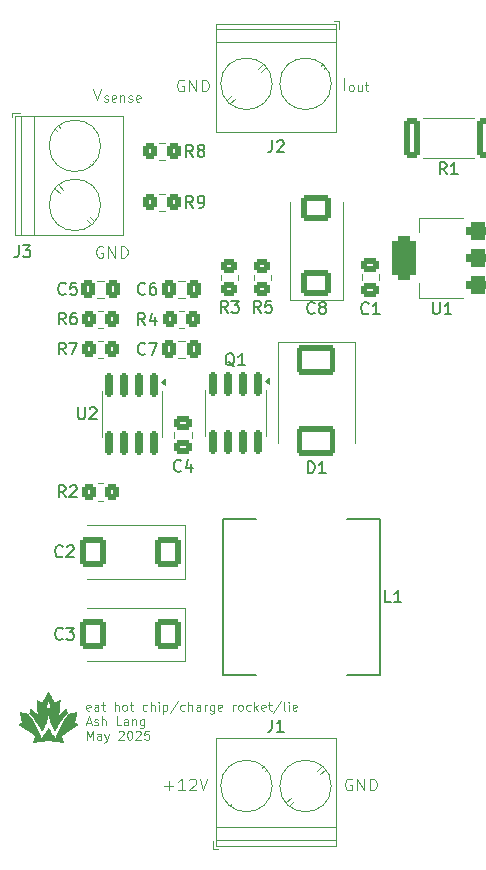
<source format=gto>
%TF.GenerationSoftware,KiCad,Pcbnew,8.0.9*%
%TF.CreationDate,2025-05-16T13:11:34-04:00*%
%TF.ProjectId,groundside-charging,67726f75-6e64-4736-9964-652d63686172,rev?*%
%TF.SameCoordinates,Original*%
%TF.FileFunction,Legend,Top*%
%TF.FilePolarity,Positive*%
%FSLAX46Y46*%
G04 Gerber Fmt 4.6, Leading zero omitted, Abs format (unit mm)*
G04 Created by KiCad (PCBNEW 8.0.9) date 2025-05-16 13:11:34*
%MOMM*%
%LPD*%
G01*
G04 APERTURE LIST*
G04 Aperture macros list*
%AMRoundRect*
0 Rectangle with rounded corners*
0 $1 Rounding radius*
0 $2 $3 $4 $5 $6 $7 $8 $9 X,Y pos of 4 corners*
0 Add a 4 corners polygon primitive as box body*
4,1,4,$2,$3,$4,$5,$6,$7,$8,$9,$2,$3,0*
0 Add four circle primitives for the rounded corners*
1,1,$1+$1,$2,$3*
1,1,$1+$1,$4,$5*
1,1,$1+$1,$6,$7*
1,1,$1+$1,$8,$9*
0 Add four rect primitives between the rounded corners*
20,1,$1+$1,$2,$3,$4,$5,0*
20,1,$1+$1,$4,$5,$6,$7,0*
20,1,$1+$1,$6,$7,$8,$9,0*
20,1,$1+$1,$8,$9,$2,$3,0*%
G04 Aperture macros list end*
%ADD10C,0.100000*%
%ADD11C,0.150000*%
%ADD12C,0.010000*%
%ADD13C,0.120000*%
%ADD14C,0.152400*%
%ADD15RoundRect,0.250000X0.337500X0.475000X-0.337500X0.475000X-0.337500X-0.475000X0.337500X-0.475000X0*%
%ADD16RoundRect,0.250000X0.350000X0.450000X-0.350000X0.450000X-0.350000X-0.450000X0.350000X-0.450000X0*%
%ADD17RoundRect,0.250000X0.475000X-0.337500X0.475000X0.337500X-0.475000X0.337500X-0.475000X-0.337500X0*%
%ADD18C,0.800000*%
%ADD19C,6.400000*%
%ADD20R,2.600000X2.600000*%
%ADD21C,2.600000*%
%ADD22RoundRect,0.250000X-0.350000X-0.450000X0.350000X-0.450000X0.350000X0.450000X-0.350000X0.450000X0*%
%ADD23RoundRect,0.150000X-0.150000X0.825000X-0.150000X-0.825000X0.150000X-0.825000X0.150000X0.825000X0*%
%ADD24RoundRect,0.250000X-0.337500X-0.475000X0.337500X-0.475000X0.337500X0.475000X-0.337500X0.475000X0*%
%ADD25RoundRect,0.250000X1.025000X-0.875000X1.025000X0.875000X-1.025000X0.875000X-1.025000X-0.875000X0*%
%ADD26RoundRect,0.250000X-1.400000X-1.000000X1.400000X-1.000000X1.400000X1.000000X-1.400000X1.000000X0*%
%ADD27R,7.010400X3.987800*%
%ADD28RoundRect,0.250000X0.875000X1.025000X-0.875000X1.025000X-0.875000X-1.025000X0.875000X-1.025000X0*%
%ADD29RoundRect,0.249999X0.450001X1.425001X-0.450001X1.425001X-0.450001X-1.425001X0.450001X-1.425001X0*%
%ADD30RoundRect,0.250000X-0.450000X0.350000X-0.450000X-0.350000X0.450000X-0.350000X0.450000X0.350000X0*%
%ADD31RoundRect,0.375000X0.625000X0.375000X-0.625000X0.375000X-0.625000X-0.375000X0.625000X-0.375000X0*%
%ADD32RoundRect,0.500000X0.500000X1.400000X-0.500000X1.400000X-0.500000X-1.400000X0.500000X-1.400000X0*%
%ADD33RoundRect,0.250000X0.450000X-0.350000X0.450000X0.350000X-0.450000X0.350000X-0.450000X-0.350000X0*%
G04 APERTURE END LIST*
D10*
X72678027Y-98440419D02*
X73011360Y-99440419D01*
X73011360Y-99440419D02*
X73344693Y-98440419D01*
X73592312Y-99512800D02*
X73668503Y-99550895D01*
X73668503Y-99550895D02*
X73820884Y-99550895D01*
X73820884Y-99550895D02*
X73897074Y-99512800D01*
X73897074Y-99512800D02*
X73935170Y-99436609D01*
X73935170Y-99436609D02*
X73935170Y-99398514D01*
X73935170Y-99398514D02*
X73897074Y-99322323D01*
X73897074Y-99322323D02*
X73820884Y-99284228D01*
X73820884Y-99284228D02*
X73706598Y-99284228D01*
X73706598Y-99284228D02*
X73630408Y-99246133D01*
X73630408Y-99246133D02*
X73592312Y-99169942D01*
X73592312Y-99169942D02*
X73592312Y-99131847D01*
X73592312Y-99131847D02*
X73630408Y-99055657D01*
X73630408Y-99055657D02*
X73706598Y-99017561D01*
X73706598Y-99017561D02*
X73820884Y-99017561D01*
X73820884Y-99017561D02*
X73897074Y-99055657D01*
X74582789Y-99512800D02*
X74506598Y-99550895D01*
X74506598Y-99550895D02*
X74354217Y-99550895D01*
X74354217Y-99550895D02*
X74278027Y-99512800D01*
X74278027Y-99512800D02*
X74239931Y-99436609D01*
X74239931Y-99436609D02*
X74239931Y-99131847D01*
X74239931Y-99131847D02*
X74278027Y-99055657D01*
X74278027Y-99055657D02*
X74354217Y-99017561D01*
X74354217Y-99017561D02*
X74506598Y-99017561D01*
X74506598Y-99017561D02*
X74582789Y-99055657D01*
X74582789Y-99055657D02*
X74620884Y-99131847D01*
X74620884Y-99131847D02*
X74620884Y-99208038D01*
X74620884Y-99208038D02*
X74239931Y-99284228D01*
X74963741Y-99017561D02*
X74963741Y-99550895D01*
X74963741Y-99093752D02*
X75001836Y-99055657D01*
X75001836Y-99055657D02*
X75078026Y-99017561D01*
X75078026Y-99017561D02*
X75192312Y-99017561D01*
X75192312Y-99017561D02*
X75268503Y-99055657D01*
X75268503Y-99055657D02*
X75306598Y-99131847D01*
X75306598Y-99131847D02*
X75306598Y-99550895D01*
X75649455Y-99512800D02*
X75725646Y-99550895D01*
X75725646Y-99550895D02*
X75878027Y-99550895D01*
X75878027Y-99550895D02*
X75954217Y-99512800D01*
X75954217Y-99512800D02*
X75992313Y-99436609D01*
X75992313Y-99436609D02*
X75992313Y-99398514D01*
X75992313Y-99398514D02*
X75954217Y-99322323D01*
X75954217Y-99322323D02*
X75878027Y-99284228D01*
X75878027Y-99284228D02*
X75763741Y-99284228D01*
X75763741Y-99284228D02*
X75687551Y-99246133D01*
X75687551Y-99246133D02*
X75649455Y-99169942D01*
X75649455Y-99169942D02*
X75649455Y-99131847D01*
X75649455Y-99131847D02*
X75687551Y-99055657D01*
X75687551Y-99055657D02*
X75763741Y-99017561D01*
X75763741Y-99017561D02*
X75878027Y-99017561D01*
X75878027Y-99017561D02*
X75954217Y-99055657D01*
X76639932Y-99512800D02*
X76563741Y-99550895D01*
X76563741Y-99550895D02*
X76411360Y-99550895D01*
X76411360Y-99550895D02*
X76335170Y-99512800D01*
X76335170Y-99512800D02*
X76297074Y-99436609D01*
X76297074Y-99436609D02*
X76297074Y-99131847D01*
X76297074Y-99131847D02*
X76335170Y-99055657D01*
X76335170Y-99055657D02*
X76411360Y-99017561D01*
X76411360Y-99017561D02*
X76563741Y-99017561D01*
X76563741Y-99017561D02*
X76639932Y-99055657D01*
X76639932Y-99055657D02*
X76678027Y-99131847D01*
X76678027Y-99131847D02*
X76678027Y-99208038D01*
X76678027Y-99208038D02*
X76297074Y-99284228D01*
X72419503Y-151081706D02*
X72346931Y-151117991D01*
X72346931Y-151117991D02*
X72201789Y-151117991D01*
X72201789Y-151117991D02*
X72129217Y-151081706D01*
X72129217Y-151081706D02*
X72092931Y-151009134D01*
X72092931Y-151009134D02*
X72092931Y-150718848D01*
X72092931Y-150718848D02*
X72129217Y-150646277D01*
X72129217Y-150646277D02*
X72201789Y-150609991D01*
X72201789Y-150609991D02*
X72346931Y-150609991D01*
X72346931Y-150609991D02*
X72419503Y-150646277D01*
X72419503Y-150646277D02*
X72455789Y-150718848D01*
X72455789Y-150718848D02*
X72455789Y-150791420D01*
X72455789Y-150791420D02*
X72092931Y-150863991D01*
X73108932Y-151117991D02*
X73108932Y-150718848D01*
X73108932Y-150718848D02*
X73072646Y-150646277D01*
X73072646Y-150646277D02*
X73000074Y-150609991D01*
X73000074Y-150609991D02*
X72854932Y-150609991D01*
X72854932Y-150609991D02*
X72782360Y-150646277D01*
X73108932Y-151081706D02*
X73036360Y-151117991D01*
X73036360Y-151117991D02*
X72854932Y-151117991D01*
X72854932Y-151117991D02*
X72782360Y-151081706D01*
X72782360Y-151081706D02*
X72746074Y-151009134D01*
X72746074Y-151009134D02*
X72746074Y-150936563D01*
X72746074Y-150936563D02*
X72782360Y-150863991D01*
X72782360Y-150863991D02*
X72854932Y-150827706D01*
X72854932Y-150827706D02*
X73036360Y-150827706D01*
X73036360Y-150827706D02*
X73108932Y-150791420D01*
X73362932Y-150609991D02*
X73653218Y-150609991D01*
X73471789Y-150355991D02*
X73471789Y-151009134D01*
X73471789Y-151009134D02*
X73508075Y-151081706D01*
X73508075Y-151081706D02*
X73580646Y-151117991D01*
X73580646Y-151117991D02*
X73653218Y-151117991D01*
X74487789Y-151117991D02*
X74487789Y-150355991D01*
X74814361Y-151117991D02*
X74814361Y-150718848D01*
X74814361Y-150718848D02*
X74778075Y-150646277D01*
X74778075Y-150646277D02*
X74705503Y-150609991D01*
X74705503Y-150609991D02*
X74596646Y-150609991D01*
X74596646Y-150609991D02*
X74524075Y-150646277D01*
X74524075Y-150646277D02*
X74487789Y-150682563D01*
X75286075Y-151117991D02*
X75213504Y-151081706D01*
X75213504Y-151081706D02*
X75177218Y-151045420D01*
X75177218Y-151045420D02*
X75140932Y-150972848D01*
X75140932Y-150972848D02*
X75140932Y-150755134D01*
X75140932Y-150755134D02*
X75177218Y-150682563D01*
X75177218Y-150682563D02*
X75213504Y-150646277D01*
X75213504Y-150646277D02*
X75286075Y-150609991D01*
X75286075Y-150609991D02*
X75394932Y-150609991D01*
X75394932Y-150609991D02*
X75467504Y-150646277D01*
X75467504Y-150646277D02*
X75503790Y-150682563D01*
X75503790Y-150682563D02*
X75540075Y-150755134D01*
X75540075Y-150755134D02*
X75540075Y-150972848D01*
X75540075Y-150972848D02*
X75503790Y-151045420D01*
X75503790Y-151045420D02*
X75467504Y-151081706D01*
X75467504Y-151081706D02*
X75394932Y-151117991D01*
X75394932Y-151117991D02*
X75286075Y-151117991D01*
X75757790Y-150609991D02*
X76048076Y-150609991D01*
X75866647Y-150355991D02*
X75866647Y-151009134D01*
X75866647Y-151009134D02*
X75902933Y-151081706D01*
X75902933Y-151081706D02*
X75975504Y-151117991D01*
X75975504Y-151117991D02*
X76048076Y-151117991D01*
X77209219Y-151081706D02*
X77136647Y-151117991D01*
X77136647Y-151117991D02*
X76991504Y-151117991D01*
X76991504Y-151117991D02*
X76918933Y-151081706D01*
X76918933Y-151081706D02*
X76882647Y-151045420D01*
X76882647Y-151045420D02*
X76846361Y-150972848D01*
X76846361Y-150972848D02*
X76846361Y-150755134D01*
X76846361Y-150755134D02*
X76882647Y-150682563D01*
X76882647Y-150682563D02*
X76918933Y-150646277D01*
X76918933Y-150646277D02*
X76991504Y-150609991D01*
X76991504Y-150609991D02*
X77136647Y-150609991D01*
X77136647Y-150609991D02*
X77209219Y-150646277D01*
X77535790Y-151117991D02*
X77535790Y-150355991D01*
X77862362Y-151117991D02*
X77862362Y-150718848D01*
X77862362Y-150718848D02*
X77826076Y-150646277D01*
X77826076Y-150646277D02*
X77753504Y-150609991D01*
X77753504Y-150609991D02*
X77644647Y-150609991D01*
X77644647Y-150609991D02*
X77572076Y-150646277D01*
X77572076Y-150646277D02*
X77535790Y-150682563D01*
X78225219Y-151117991D02*
X78225219Y-150609991D01*
X78225219Y-150355991D02*
X78188933Y-150392277D01*
X78188933Y-150392277D02*
X78225219Y-150428563D01*
X78225219Y-150428563D02*
X78261505Y-150392277D01*
X78261505Y-150392277D02*
X78225219Y-150355991D01*
X78225219Y-150355991D02*
X78225219Y-150428563D01*
X78588076Y-150609991D02*
X78588076Y-151371991D01*
X78588076Y-150646277D02*
X78660648Y-150609991D01*
X78660648Y-150609991D02*
X78805790Y-150609991D01*
X78805790Y-150609991D02*
X78878362Y-150646277D01*
X78878362Y-150646277D02*
X78914648Y-150682563D01*
X78914648Y-150682563D02*
X78950933Y-150755134D01*
X78950933Y-150755134D02*
X78950933Y-150972848D01*
X78950933Y-150972848D02*
X78914648Y-151045420D01*
X78914648Y-151045420D02*
X78878362Y-151081706D01*
X78878362Y-151081706D02*
X78805790Y-151117991D01*
X78805790Y-151117991D02*
X78660648Y-151117991D01*
X78660648Y-151117991D02*
X78588076Y-151081706D01*
X79821791Y-150319706D02*
X79168648Y-151299420D01*
X80402363Y-151081706D02*
X80329791Y-151117991D01*
X80329791Y-151117991D02*
X80184648Y-151117991D01*
X80184648Y-151117991D02*
X80112077Y-151081706D01*
X80112077Y-151081706D02*
X80075791Y-151045420D01*
X80075791Y-151045420D02*
X80039505Y-150972848D01*
X80039505Y-150972848D02*
X80039505Y-150755134D01*
X80039505Y-150755134D02*
X80075791Y-150682563D01*
X80075791Y-150682563D02*
X80112077Y-150646277D01*
X80112077Y-150646277D02*
X80184648Y-150609991D01*
X80184648Y-150609991D02*
X80329791Y-150609991D01*
X80329791Y-150609991D02*
X80402363Y-150646277D01*
X80728934Y-151117991D02*
X80728934Y-150355991D01*
X81055506Y-151117991D02*
X81055506Y-150718848D01*
X81055506Y-150718848D02*
X81019220Y-150646277D01*
X81019220Y-150646277D02*
X80946648Y-150609991D01*
X80946648Y-150609991D02*
X80837791Y-150609991D01*
X80837791Y-150609991D02*
X80765220Y-150646277D01*
X80765220Y-150646277D02*
X80728934Y-150682563D01*
X81744935Y-151117991D02*
X81744935Y-150718848D01*
X81744935Y-150718848D02*
X81708649Y-150646277D01*
X81708649Y-150646277D02*
X81636077Y-150609991D01*
X81636077Y-150609991D02*
X81490935Y-150609991D01*
X81490935Y-150609991D02*
X81418363Y-150646277D01*
X81744935Y-151081706D02*
X81672363Y-151117991D01*
X81672363Y-151117991D02*
X81490935Y-151117991D01*
X81490935Y-151117991D02*
X81418363Y-151081706D01*
X81418363Y-151081706D02*
X81382077Y-151009134D01*
X81382077Y-151009134D02*
X81382077Y-150936563D01*
X81382077Y-150936563D02*
X81418363Y-150863991D01*
X81418363Y-150863991D02*
X81490935Y-150827706D01*
X81490935Y-150827706D02*
X81672363Y-150827706D01*
X81672363Y-150827706D02*
X81744935Y-150791420D01*
X82107792Y-151117991D02*
X82107792Y-150609991D01*
X82107792Y-150755134D02*
X82144078Y-150682563D01*
X82144078Y-150682563D02*
X82180364Y-150646277D01*
X82180364Y-150646277D02*
X82252935Y-150609991D01*
X82252935Y-150609991D02*
X82325506Y-150609991D01*
X82906078Y-150609991D02*
X82906078Y-151226848D01*
X82906078Y-151226848D02*
X82869792Y-151299420D01*
X82869792Y-151299420D02*
X82833506Y-151335706D01*
X82833506Y-151335706D02*
X82760935Y-151371991D01*
X82760935Y-151371991D02*
X82652078Y-151371991D01*
X82652078Y-151371991D02*
X82579506Y-151335706D01*
X82906078Y-151081706D02*
X82833506Y-151117991D01*
X82833506Y-151117991D02*
X82688363Y-151117991D01*
X82688363Y-151117991D02*
X82615792Y-151081706D01*
X82615792Y-151081706D02*
X82579506Y-151045420D01*
X82579506Y-151045420D02*
X82543220Y-150972848D01*
X82543220Y-150972848D02*
X82543220Y-150755134D01*
X82543220Y-150755134D02*
X82579506Y-150682563D01*
X82579506Y-150682563D02*
X82615792Y-150646277D01*
X82615792Y-150646277D02*
X82688363Y-150609991D01*
X82688363Y-150609991D02*
X82833506Y-150609991D01*
X82833506Y-150609991D02*
X82906078Y-150646277D01*
X83559221Y-151081706D02*
X83486649Y-151117991D01*
X83486649Y-151117991D02*
X83341507Y-151117991D01*
X83341507Y-151117991D02*
X83268935Y-151081706D01*
X83268935Y-151081706D02*
X83232649Y-151009134D01*
X83232649Y-151009134D02*
X83232649Y-150718848D01*
X83232649Y-150718848D02*
X83268935Y-150646277D01*
X83268935Y-150646277D02*
X83341507Y-150609991D01*
X83341507Y-150609991D02*
X83486649Y-150609991D01*
X83486649Y-150609991D02*
X83559221Y-150646277D01*
X83559221Y-150646277D02*
X83595507Y-150718848D01*
X83595507Y-150718848D02*
X83595507Y-150791420D01*
X83595507Y-150791420D02*
X83232649Y-150863991D01*
X84502649Y-151117991D02*
X84502649Y-150609991D01*
X84502649Y-150755134D02*
X84538935Y-150682563D01*
X84538935Y-150682563D02*
X84575221Y-150646277D01*
X84575221Y-150646277D02*
X84647792Y-150609991D01*
X84647792Y-150609991D02*
X84720363Y-150609991D01*
X85083220Y-151117991D02*
X85010649Y-151081706D01*
X85010649Y-151081706D02*
X84974363Y-151045420D01*
X84974363Y-151045420D02*
X84938077Y-150972848D01*
X84938077Y-150972848D02*
X84938077Y-150755134D01*
X84938077Y-150755134D02*
X84974363Y-150682563D01*
X84974363Y-150682563D02*
X85010649Y-150646277D01*
X85010649Y-150646277D02*
X85083220Y-150609991D01*
X85083220Y-150609991D02*
X85192077Y-150609991D01*
X85192077Y-150609991D02*
X85264649Y-150646277D01*
X85264649Y-150646277D02*
X85300935Y-150682563D01*
X85300935Y-150682563D02*
X85337220Y-150755134D01*
X85337220Y-150755134D02*
X85337220Y-150972848D01*
X85337220Y-150972848D02*
X85300935Y-151045420D01*
X85300935Y-151045420D02*
X85264649Y-151081706D01*
X85264649Y-151081706D02*
X85192077Y-151117991D01*
X85192077Y-151117991D02*
X85083220Y-151117991D01*
X85990364Y-151081706D02*
X85917792Y-151117991D01*
X85917792Y-151117991D02*
X85772649Y-151117991D01*
X85772649Y-151117991D02*
X85700078Y-151081706D01*
X85700078Y-151081706D02*
X85663792Y-151045420D01*
X85663792Y-151045420D02*
X85627506Y-150972848D01*
X85627506Y-150972848D02*
X85627506Y-150755134D01*
X85627506Y-150755134D02*
X85663792Y-150682563D01*
X85663792Y-150682563D02*
X85700078Y-150646277D01*
X85700078Y-150646277D02*
X85772649Y-150609991D01*
X85772649Y-150609991D02*
X85917792Y-150609991D01*
X85917792Y-150609991D02*
X85990364Y-150646277D01*
X86316935Y-151117991D02*
X86316935Y-150355991D01*
X86389507Y-150827706D02*
X86607221Y-151117991D01*
X86607221Y-150609991D02*
X86316935Y-150900277D01*
X87224078Y-151081706D02*
X87151506Y-151117991D01*
X87151506Y-151117991D02*
X87006364Y-151117991D01*
X87006364Y-151117991D02*
X86933792Y-151081706D01*
X86933792Y-151081706D02*
X86897506Y-151009134D01*
X86897506Y-151009134D02*
X86897506Y-150718848D01*
X86897506Y-150718848D02*
X86933792Y-150646277D01*
X86933792Y-150646277D02*
X87006364Y-150609991D01*
X87006364Y-150609991D02*
X87151506Y-150609991D01*
X87151506Y-150609991D02*
X87224078Y-150646277D01*
X87224078Y-150646277D02*
X87260364Y-150718848D01*
X87260364Y-150718848D02*
X87260364Y-150791420D01*
X87260364Y-150791420D02*
X86897506Y-150863991D01*
X87478078Y-150609991D02*
X87768364Y-150609991D01*
X87586935Y-150355991D02*
X87586935Y-151009134D01*
X87586935Y-151009134D02*
X87623221Y-151081706D01*
X87623221Y-151081706D02*
X87695792Y-151117991D01*
X87695792Y-151117991D02*
X87768364Y-151117991D01*
X88566650Y-150319706D02*
X87913507Y-151299420D01*
X88929507Y-151117991D02*
X88856936Y-151081706D01*
X88856936Y-151081706D02*
X88820650Y-151009134D01*
X88820650Y-151009134D02*
X88820650Y-150355991D01*
X89219793Y-151117991D02*
X89219793Y-150609991D01*
X89219793Y-150355991D02*
X89183507Y-150392277D01*
X89183507Y-150392277D02*
X89219793Y-150428563D01*
X89219793Y-150428563D02*
X89256079Y-150392277D01*
X89256079Y-150392277D02*
X89219793Y-150355991D01*
X89219793Y-150355991D02*
X89219793Y-150428563D01*
X89872936Y-151081706D02*
X89800364Y-151117991D01*
X89800364Y-151117991D02*
X89655222Y-151117991D01*
X89655222Y-151117991D02*
X89582650Y-151081706D01*
X89582650Y-151081706D02*
X89546364Y-151009134D01*
X89546364Y-151009134D02*
X89546364Y-150718848D01*
X89546364Y-150718848D02*
X89582650Y-150646277D01*
X89582650Y-150646277D02*
X89655222Y-150609991D01*
X89655222Y-150609991D02*
X89800364Y-150609991D01*
X89800364Y-150609991D02*
X89872936Y-150646277D01*
X89872936Y-150646277D02*
X89909222Y-150718848D01*
X89909222Y-150718848D02*
X89909222Y-150791420D01*
X89909222Y-150791420D02*
X89546364Y-150863991D01*
X72092931Y-152127054D02*
X72455789Y-152127054D01*
X72020360Y-152344768D02*
X72274360Y-151582768D01*
X72274360Y-151582768D02*
X72528360Y-152344768D01*
X72746074Y-152308483D02*
X72818646Y-152344768D01*
X72818646Y-152344768D02*
X72963789Y-152344768D01*
X72963789Y-152344768D02*
X73036360Y-152308483D01*
X73036360Y-152308483D02*
X73072646Y-152235911D01*
X73072646Y-152235911D02*
X73072646Y-152199625D01*
X73072646Y-152199625D02*
X73036360Y-152127054D01*
X73036360Y-152127054D02*
X72963789Y-152090768D01*
X72963789Y-152090768D02*
X72854932Y-152090768D01*
X72854932Y-152090768D02*
X72782360Y-152054483D01*
X72782360Y-152054483D02*
X72746074Y-151981911D01*
X72746074Y-151981911D02*
X72746074Y-151945625D01*
X72746074Y-151945625D02*
X72782360Y-151873054D01*
X72782360Y-151873054D02*
X72854932Y-151836768D01*
X72854932Y-151836768D02*
X72963789Y-151836768D01*
X72963789Y-151836768D02*
X73036360Y-151873054D01*
X73399217Y-152344768D02*
X73399217Y-151582768D01*
X73725789Y-152344768D02*
X73725789Y-151945625D01*
X73725789Y-151945625D02*
X73689503Y-151873054D01*
X73689503Y-151873054D02*
X73616931Y-151836768D01*
X73616931Y-151836768D02*
X73508074Y-151836768D01*
X73508074Y-151836768D02*
X73435503Y-151873054D01*
X73435503Y-151873054D02*
X73399217Y-151909340D01*
X75032074Y-152344768D02*
X74669217Y-152344768D01*
X74669217Y-152344768D02*
X74669217Y-151582768D01*
X75612646Y-152344768D02*
X75612646Y-151945625D01*
X75612646Y-151945625D02*
X75576360Y-151873054D01*
X75576360Y-151873054D02*
X75503788Y-151836768D01*
X75503788Y-151836768D02*
X75358646Y-151836768D01*
X75358646Y-151836768D02*
X75286074Y-151873054D01*
X75612646Y-152308483D02*
X75540074Y-152344768D01*
X75540074Y-152344768D02*
X75358646Y-152344768D01*
X75358646Y-152344768D02*
X75286074Y-152308483D01*
X75286074Y-152308483D02*
X75249788Y-152235911D01*
X75249788Y-152235911D02*
X75249788Y-152163340D01*
X75249788Y-152163340D02*
X75286074Y-152090768D01*
X75286074Y-152090768D02*
X75358646Y-152054483D01*
X75358646Y-152054483D02*
X75540074Y-152054483D01*
X75540074Y-152054483D02*
X75612646Y-152018197D01*
X75975503Y-151836768D02*
X75975503Y-152344768D01*
X75975503Y-151909340D02*
X76011789Y-151873054D01*
X76011789Y-151873054D02*
X76084360Y-151836768D01*
X76084360Y-151836768D02*
X76193217Y-151836768D01*
X76193217Y-151836768D02*
X76265789Y-151873054D01*
X76265789Y-151873054D02*
X76302075Y-151945625D01*
X76302075Y-151945625D02*
X76302075Y-152344768D01*
X76991504Y-151836768D02*
X76991504Y-152453625D01*
X76991504Y-152453625D02*
X76955218Y-152526197D01*
X76955218Y-152526197D02*
X76918932Y-152562483D01*
X76918932Y-152562483D02*
X76846361Y-152598768D01*
X76846361Y-152598768D02*
X76737504Y-152598768D01*
X76737504Y-152598768D02*
X76664932Y-152562483D01*
X76991504Y-152308483D02*
X76918932Y-152344768D01*
X76918932Y-152344768D02*
X76773789Y-152344768D01*
X76773789Y-152344768D02*
X76701218Y-152308483D01*
X76701218Y-152308483D02*
X76664932Y-152272197D01*
X76664932Y-152272197D02*
X76628646Y-152199625D01*
X76628646Y-152199625D02*
X76628646Y-151981911D01*
X76628646Y-151981911D02*
X76664932Y-151909340D01*
X76664932Y-151909340D02*
X76701218Y-151873054D01*
X76701218Y-151873054D02*
X76773789Y-151836768D01*
X76773789Y-151836768D02*
X76918932Y-151836768D01*
X76918932Y-151836768D02*
X76991504Y-151873054D01*
X72129217Y-153571545D02*
X72129217Y-152809545D01*
X72129217Y-152809545D02*
X72383217Y-153353831D01*
X72383217Y-153353831D02*
X72637217Y-152809545D01*
X72637217Y-152809545D02*
X72637217Y-153571545D01*
X73326646Y-153571545D02*
X73326646Y-153172402D01*
X73326646Y-153172402D02*
X73290360Y-153099831D01*
X73290360Y-153099831D02*
X73217788Y-153063545D01*
X73217788Y-153063545D02*
X73072646Y-153063545D01*
X73072646Y-153063545D02*
X73000074Y-153099831D01*
X73326646Y-153535260D02*
X73254074Y-153571545D01*
X73254074Y-153571545D02*
X73072646Y-153571545D01*
X73072646Y-153571545D02*
X73000074Y-153535260D01*
X73000074Y-153535260D02*
X72963788Y-153462688D01*
X72963788Y-153462688D02*
X72963788Y-153390117D01*
X72963788Y-153390117D02*
X73000074Y-153317545D01*
X73000074Y-153317545D02*
X73072646Y-153281260D01*
X73072646Y-153281260D02*
X73254074Y-153281260D01*
X73254074Y-153281260D02*
X73326646Y-153244974D01*
X73616932Y-153063545D02*
X73798360Y-153571545D01*
X73979789Y-153063545D02*
X73798360Y-153571545D01*
X73798360Y-153571545D02*
X73725789Y-153752974D01*
X73725789Y-153752974D02*
X73689503Y-153789260D01*
X73689503Y-153789260D02*
X73616932Y-153825545D01*
X74814359Y-152882117D02*
X74850645Y-152845831D01*
X74850645Y-152845831D02*
X74923217Y-152809545D01*
X74923217Y-152809545D02*
X75104645Y-152809545D01*
X75104645Y-152809545D02*
X75177217Y-152845831D01*
X75177217Y-152845831D02*
X75213502Y-152882117D01*
X75213502Y-152882117D02*
X75249788Y-152954688D01*
X75249788Y-152954688D02*
X75249788Y-153027260D01*
X75249788Y-153027260D02*
X75213502Y-153136117D01*
X75213502Y-153136117D02*
X74778074Y-153571545D01*
X74778074Y-153571545D02*
X75249788Y-153571545D01*
X75721502Y-152809545D02*
X75794073Y-152809545D01*
X75794073Y-152809545D02*
X75866645Y-152845831D01*
X75866645Y-152845831D02*
X75902931Y-152882117D01*
X75902931Y-152882117D02*
X75939216Y-152954688D01*
X75939216Y-152954688D02*
X75975502Y-153099831D01*
X75975502Y-153099831D02*
X75975502Y-153281260D01*
X75975502Y-153281260D02*
X75939216Y-153426402D01*
X75939216Y-153426402D02*
X75902931Y-153498974D01*
X75902931Y-153498974D02*
X75866645Y-153535260D01*
X75866645Y-153535260D02*
X75794073Y-153571545D01*
X75794073Y-153571545D02*
X75721502Y-153571545D01*
X75721502Y-153571545D02*
X75648931Y-153535260D01*
X75648931Y-153535260D02*
X75612645Y-153498974D01*
X75612645Y-153498974D02*
X75576359Y-153426402D01*
X75576359Y-153426402D02*
X75540073Y-153281260D01*
X75540073Y-153281260D02*
X75540073Y-153099831D01*
X75540073Y-153099831D02*
X75576359Y-152954688D01*
X75576359Y-152954688D02*
X75612645Y-152882117D01*
X75612645Y-152882117D02*
X75648931Y-152845831D01*
X75648931Y-152845831D02*
X75721502Y-152809545D01*
X76265787Y-152882117D02*
X76302073Y-152845831D01*
X76302073Y-152845831D02*
X76374645Y-152809545D01*
X76374645Y-152809545D02*
X76556073Y-152809545D01*
X76556073Y-152809545D02*
X76628645Y-152845831D01*
X76628645Y-152845831D02*
X76664930Y-152882117D01*
X76664930Y-152882117D02*
X76701216Y-152954688D01*
X76701216Y-152954688D02*
X76701216Y-153027260D01*
X76701216Y-153027260D02*
X76664930Y-153136117D01*
X76664930Y-153136117D02*
X76229502Y-153571545D01*
X76229502Y-153571545D02*
X76701216Y-153571545D01*
X77390644Y-152809545D02*
X77027787Y-152809545D01*
X77027787Y-152809545D02*
X76991501Y-153172402D01*
X76991501Y-153172402D02*
X77027787Y-153136117D01*
X77027787Y-153136117D02*
X77100359Y-153099831D01*
X77100359Y-153099831D02*
X77281787Y-153099831D01*
X77281787Y-153099831D02*
X77354359Y-153136117D01*
X77354359Y-153136117D02*
X77390644Y-153172402D01*
X77390644Y-153172402D02*
X77426930Y-153244974D01*
X77426930Y-153244974D02*
X77426930Y-153426402D01*
X77426930Y-153426402D02*
X77390644Y-153498974D01*
X77390644Y-153498974D02*
X77354359Y-153535260D01*
X77354359Y-153535260D02*
X77281787Y-153571545D01*
X77281787Y-153571545D02*
X77100359Y-153571545D01*
X77100359Y-153571545D02*
X77027787Y-153535260D01*
X77027787Y-153535260D02*
X76991501Y-153498974D01*
X80329693Y-97726038D02*
X80234455Y-97678419D01*
X80234455Y-97678419D02*
X80091598Y-97678419D01*
X80091598Y-97678419D02*
X79948741Y-97726038D01*
X79948741Y-97726038D02*
X79853503Y-97821276D01*
X79853503Y-97821276D02*
X79805884Y-97916514D01*
X79805884Y-97916514D02*
X79758265Y-98106990D01*
X79758265Y-98106990D02*
X79758265Y-98249847D01*
X79758265Y-98249847D02*
X79805884Y-98440323D01*
X79805884Y-98440323D02*
X79853503Y-98535561D01*
X79853503Y-98535561D02*
X79948741Y-98630800D01*
X79948741Y-98630800D02*
X80091598Y-98678419D01*
X80091598Y-98678419D02*
X80186836Y-98678419D01*
X80186836Y-98678419D02*
X80329693Y-98630800D01*
X80329693Y-98630800D02*
X80377312Y-98583180D01*
X80377312Y-98583180D02*
X80377312Y-98249847D01*
X80377312Y-98249847D02*
X80186836Y-98249847D01*
X80805884Y-98678419D02*
X80805884Y-97678419D01*
X80805884Y-97678419D02*
X81377312Y-98678419D01*
X81377312Y-98678419D02*
X81377312Y-97678419D01*
X81853503Y-98678419D02*
X81853503Y-97678419D01*
X81853503Y-97678419D02*
X82091598Y-97678419D01*
X82091598Y-97678419D02*
X82234455Y-97726038D01*
X82234455Y-97726038D02*
X82329693Y-97821276D01*
X82329693Y-97821276D02*
X82377312Y-97916514D01*
X82377312Y-97916514D02*
X82424931Y-98106990D01*
X82424931Y-98106990D02*
X82424931Y-98249847D01*
X82424931Y-98249847D02*
X82377312Y-98440323D01*
X82377312Y-98440323D02*
X82329693Y-98535561D01*
X82329693Y-98535561D02*
X82234455Y-98630800D01*
X82234455Y-98630800D02*
X82091598Y-98678419D01*
X82091598Y-98678419D02*
X81853503Y-98678419D01*
X94553693Y-156908038D02*
X94458455Y-156860419D01*
X94458455Y-156860419D02*
X94315598Y-156860419D01*
X94315598Y-156860419D02*
X94172741Y-156908038D01*
X94172741Y-156908038D02*
X94077503Y-157003276D01*
X94077503Y-157003276D02*
X94029884Y-157098514D01*
X94029884Y-157098514D02*
X93982265Y-157288990D01*
X93982265Y-157288990D02*
X93982265Y-157431847D01*
X93982265Y-157431847D02*
X94029884Y-157622323D01*
X94029884Y-157622323D02*
X94077503Y-157717561D01*
X94077503Y-157717561D02*
X94172741Y-157812800D01*
X94172741Y-157812800D02*
X94315598Y-157860419D01*
X94315598Y-157860419D02*
X94410836Y-157860419D01*
X94410836Y-157860419D02*
X94553693Y-157812800D01*
X94553693Y-157812800D02*
X94601312Y-157765180D01*
X94601312Y-157765180D02*
X94601312Y-157431847D01*
X94601312Y-157431847D02*
X94410836Y-157431847D01*
X95029884Y-157860419D02*
X95029884Y-156860419D01*
X95029884Y-156860419D02*
X95601312Y-157860419D01*
X95601312Y-157860419D02*
X95601312Y-156860419D01*
X96077503Y-157860419D02*
X96077503Y-156860419D01*
X96077503Y-156860419D02*
X96315598Y-156860419D01*
X96315598Y-156860419D02*
X96458455Y-156908038D01*
X96458455Y-156908038D02*
X96553693Y-157003276D01*
X96553693Y-157003276D02*
X96601312Y-157098514D01*
X96601312Y-157098514D02*
X96648931Y-157288990D01*
X96648931Y-157288990D02*
X96648931Y-157431847D01*
X96648931Y-157431847D02*
X96601312Y-157622323D01*
X96601312Y-157622323D02*
X96553693Y-157717561D01*
X96553693Y-157717561D02*
X96458455Y-157812800D01*
X96458455Y-157812800D02*
X96315598Y-157860419D01*
X96315598Y-157860419D02*
X96077503Y-157860419D01*
X73471693Y-111823038D02*
X73376455Y-111775419D01*
X73376455Y-111775419D02*
X73233598Y-111775419D01*
X73233598Y-111775419D02*
X73090741Y-111823038D01*
X73090741Y-111823038D02*
X72995503Y-111918276D01*
X72995503Y-111918276D02*
X72947884Y-112013514D01*
X72947884Y-112013514D02*
X72900265Y-112203990D01*
X72900265Y-112203990D02*
X72900265Y-112346847D01*
X72900265Y-112346847D02*
X72947884Y-112537323D01*
X72947884Y-112537323D02*
X72995503Y-112632561D01*
X72995503Y-112632561D02*
X73090741Y-112727800D01*
X73090741Y-112727800D02*
X73233598Y-112775419D01*
X73233598Y-112775419D02*
X73328836Y-112775419D01*
X73328836Y-112775419D02*
X73471693Y-112727800D01*
X73471693Y-112727800D02*
X73519312Y-112680180D01*
X73519312Y-112680180D02*
X73519312Y-112346847D01*
X73519312Y-112346847D02*
X73328836Y-112346847D01*
X73947884Y-112775419D02*
X73947884Y-111775419D01*
X73947884Y-111775419D02*
X74519312Y-112775419D01*
X74519312Y-112775419D02*
X74519312Y-111775419D01*
X74995503Y-112775419D02*
X74995503Y-111775419D01*
X74995503Y-111775419D02*
X75233598Y-111775419D01*
X75233598Y-111775419D02*
X75376455Y-111823038D01*
X75376455Y-111823038D02*
X75471693Y-111918276D01*
X75471693Y-111918276D02*
X75519312Y-112013514D01*
X75519312Y-112013514D02*
X75566931Y-112203990D01*
X75566931Y-112203990D02*
X75566931Y-112346847D01*
X75566931Y-112346847D02*
X75519312Y-112537323D01*
X75519312Y-112537323D02*
X75471693Y-112632561D01*
X75471693Y-112632561D02*
X75376455Y-112727800D01*
X75376455Y-112727800D02*
X75233598Y-112775419D01*
X75233598Y-112775419D02*
X74995503Y-112775419D01*
X93902884Y-98551419D02*
X93902884Y-97551419D01*
X94445740Y-98661895D02*
X94369550Y-98623800D01*
X94369550Y-98623800D02*
X94331455Y-98585704D01*
X94331455Y-98585704D02*
X94293359Y-98509514D01*
X94293359Y-98509514D02*
X94293359Y-98280942D01*
X94293359Y-98280942D02*
X94331455Y-98204752D01*
X94331455Y-98204752D02*
X94369550Y-98166657D01*
X94369550Y-98166657D02*
X94445740Y-98128561D01*
X94445740Y-98128561D02*
X94560026Y-98128561D01*
X94560026Y-98128561D02*
X94636217Y-98166657D01*
X94636217Y-98166657D02*
X94674312Y-98204752D01*
X94674312Y-98204752D02*
X94712407Y-98280942D01*
X94712407Y-98280942D02*
X94712407Y-98509514D01*
X94712407Y-98509514D02*
X94674312Y-98585704D01*
X94674312Y-98585704D02*
X94636217Y-98623800D01*
X94636217Y-98623800D02*
X94560026Y-98661895D01*
X94560026Y-98661895D02*
X94445740Y-98661895D01*
X95398122Y-98128561D02*
X95398122Y-98661895D01*
X95055265Y-98128561D02*
X95055265Y-98547609D01*
X95055265Y-98547609D02*
X95093360Y-98623800D01*
X95093360Y-98623800D02*
X95169550Y-98661895D01*
X95169550Y-98661895D02*
X95283836Y-98661895D01*
X95283836Y-98661895D02*
X95360027Y-98623800D01*
X95360027Y-98623800D02*
X95398122Y-98585704D01*
X95664789Y-98128561D02*
X95969551Y-98128561D01*
X95779075Y-97861895D02*
X95779075Y-98547609D01*
X95779075Y-98547609D02*
X95817170Y-98623800D01*
X95817170Y-98623800D02*
X95893360Y-98661895D01*
X95893360Y-98661895D02*
X95969551Y-98661895D01*
X78662884Y-157479466D02*
X79424789Y-157479466D01*
X79043836Y-157860419D02*
X79043836Y-157098514D01*
X80424788Y-157860419D02*
X79853360Y-157860419D01*
X80139074Y-157860419D02*
X80139074Y-156860419D01*
X80139074Y-156860419D02*
X80043836Y-157003276D01*
X80043836Y-157003276D02*
X79948598Y-157098514D01*
X79948598Y-157098514D02*
X79853360Y-157146133D01*
X80805741Y-156955657D02*
X80853360Y-156908038D01*
X80853360Y-156908038D02*
X80948598Y-156860419D01*
X80948598Y-156860419D02*
X81186693Y-156860419D01*
X81186693Y-156860419D02*
X81281931Y-156908038D01*
X81281931Y-156908038D02*
X81329550Y-156955657D01*
X81329550Y-156955657D02*
X81377169Y-157050895D01*
X81377169Y-157050895D02*
X81377169Y-157146133D01*
X81377169Y-157146133D02*
X81329550Y-157288990D01*
X81329550Y-157288990D02*
X80758122Y-157860419D01*
X80758122Y-157860419D02*
X81377169Y-157860419D01*
X81662884Y-156860419D02*
X81996217Y-157860419D01*
X81996217Y-157860419D02*
X82329550Y-156860419D01*
D11*
X70318333Y-115802580D02*
X70270714Y-115850200D01*
X70270714Y-115850200D02*
X70127857Y-115897819D01*
X70127857Y-115897819D02*
X70032619Y-115897819D01*
X70032619Y-115897819D02*
X69889762Y-115850200D01*
X69889762Y-115850200D02*
X69794524Y-115754961D01*
X69794524Y-115754961D02*
X69746905Y-115659723D01*
X69746905Y-115659723D02*
X69699286Y-115469247D01*
X69699286Y-115469247D02*
X69699286Y-115326390D01*
X69699286Y-115326390D02*
X69746905Y-115135914D01*
X69746905Y-115135914D02*
X69794524Y-115040676D01*
X69794524Y-115040676D02*
X69889762Y-114945438D01*
X69889762Y-114945438D02*
X70032619Y-114897819D01*
X70032619Y-114897819D02*
X70127857Y-114897819D01*
X70127857Y-114897819D02*
X70270714Y-114945438D01*
X70270714Y-114945438D02*
X70318333Y-114993057D01*
X71223095Y-114897819D02*
X70746905Y-114897819D01*
X70746905Y-114897819D02*
X70699286Y-115374009D01*
X70699286Y-115374009D02*
X70746905Y-115326390D01*
X70746905Y-115326390D02*
X70842143Y-115278771D01*
X70842143Y-115278771D02*
X71080238Y-115278771D01*
X71080238Y-115278771D02*
X71175476Y-115326390D01*
X71175476Y-115326390D02*
X71223095Y-115374009D01*
X71223095Y-115374009D02*
X71270714Y-115469247D01*
X71270714Y-115469247D02*
X71270714Y-115707342D01*
X71270714Y-115707342D02*
X71223095Y-115802580D01*
X71223095Y-115802580D02*
X71175476Y-115850200D01*
X71175476Y-115850200D02*
X71080238Y-115897819D01*
X71080238Y-115897819D02*
X70842143Y-115897819D01*
X70842143Y-115897819D02*
X70746905Y-115850200D01*
X70746905Y-115850200D02*
X70699286Y-115802580D01*
X70318333Y-118407819D02*
X69985000Y-117931628D01*
X69746905Y-118407819D02*
X69746905Y-117407819D01*
X69746905Y-117407819D02*
X70127857Y-117407819D01*
X70127857Y-117407819D02*
X70223095Y-117455438D01*
X70223095Y-117455438D02*
X70270714Y-117503057D01*
X70270714Y-117503057D02*
X70318333Y-117598295D01*
X70318333Y-117598295D02*
X70318333Y-117741152D01*
X70318333Y-117741152D02*
X70270714Y-117836390D01*
X70270714Y-117836390D02*
X70223095Y-117884009D01*
X70223095Y-117884009D02*
X70127857Y-117931628D01*
X70127857Y-117931628D02*
X69746905Y-117931628D01*
X71175476Y-117407819D02*
X70985000Y-117407819D01*
X70985000Y-117407819D02*
X70889762Y-117455438D01*
X70889762Y-117455438D02*
X70842143Y-117503057D01*
X70842143Y-117503057D02*
X70746905Y-117645914D01*
X70746905Y-117645914D02*
X70699286Y-117836390D01*
X70699286Y-117836390D02*
X70699286Y-118217342D01*
X70699286Y-118217342D02*
X70746905Y-118312580D01*
X70746905Y-118312580D02*
X70794524Y-118360200D01*
X70794524Y-118360200D02*
X70889762Y-118407819D01*
X70889762Y-118407819D02*
X71080238Y-118407819D01*
X71080238Y-118407819D02*
X71175476Y-118360200D01*
X71175476Y-118360200D02*
X71223095Y-118312580D01*
X71223095Y-118312580D02*
X71270714Y-118217342D01*
X71270714Y-118217342D02*
X71270714Y-117979247D01*
X71270714Y-117979247D02*
X71223095Y-117884009D01*
X71223095Y-117884009D02*
X71175476Y-117836390D01*
X71175476Y-117836390D02*
X71080238Y-117788771D01*
X71080238Y-117788771D02*
X70889762Y-117788771D01*
X70889762Y-117788771D02*
X70794524Y-117836390D01*
X70794524Y-117836390D02*
X70746905Y-117884009D01*
X70746905Y-117884009D02*
X70699286Y-117979247D01*
X95972333Y-117453580D02*
X95924714Y-117501200D01*
X95924714Y-117501200D02*
X95781857Y-117548819D01*
X95781857Y-117548819D02*
X95686619Y-117548819D01*
X95686619Y-117548819D02*
X95543762Y-117501200D01*
X95543762Y-117501200D02*
X95448524Y-117405961D01*
X95448524Y-117405961D02*
X95400905Y-117310723D01*
X95400905Y-117310723D02*
X95353286Y-117120247D01*
X95353286Y-117120247D02*
X95353286Y-116977390D01*
X95353286Y-116977390D02*
X95400905Y-116786914D01*
X95400905Y-116786914D02*
X95448524Y-116691676D01*
X95448524Y-116691676D02*
X95543762Y-116596438D01*
X95543762Y-116596438D02*
X95686619Y-116548819D01*
X95686619Y-116548819D02*
X95781857Y-116548819D01*
X95781857Y-116548819D02*
X95924714Y-116596438D01*
X95924714Y-116596438D02*
X95972333Y-116644057D01*
X96924714Y-117548819D02*
X96353286Y-117548819D01*
X96639000Y-117548819D02*
X96639000Y-116548819D01*
X96639000Y-116548819D02*
X96543762Y-116691676D01*
X96543762Y-116691676D02*
X96448524Y-116786914D01*
X96448524Y-116786914D02*
X96353286Y-116834533D01*
X81113333Y-104213819D02*
X80780000Y-103737628D01*
X80541905Y-104213819D02*
X80541905Y-103213819D01*
X80541905Y-103213819D02*
X80922857Y-103213819D01*
X80922857Y-103213819D02*
X81018095Y-103261438D01*
X81018095Y-103261438D02*
X81065714Y-103309057D01*
X81065714Y-103309057D02*
X81113333Y-103404295D01*
X81113333Y-103404295D02*
X81113333Y-103547152D01*
X81113333Y-103547152D02*
X81065714Y-103642390D01*
X81065714Y-103642390D02*
X81018095Y-103690009D01*
X81018095Y-103690009D02*
X80922857Y-103737628D01*
X80922857Y-103737628D02*
X80541905Y-103737628D01*
X81684762Y-103642390D02*
X81589524Y-103594771D01*
X81589524Y-103594771D02*
X81541905Y-103547152D01*
X81541905Y-103547152D02*
X81494286Y-103451914D01*
X81494286Y-103451914D02*
X81494286Y-103404295D01*
X81494286Y-103404295D02*
X81541905Y-103309057D01*
X81541905Y-103309057D02*
X81589524Y-103261438D01*
X81589524Y-103261438D02*
X81684762Y-103213819D01*
X81684762Y-103213819D02*
X81875238Y-103213819D01*
X81875238Y-103213819D02*
X81970476Y-103261438D01*
X81970476Y-103261438D02*
X82018095Y-103309057D01*
X82018095Y-103309057D02*
X82065714Y-103404295D01*
X82065714Y-103404295D02*
X82065714Y-103451914D01*
X82065714Y-103451914D02*
X82018095Y-103547152D01*
X82018095Y-103547152D02*
X81970476Y-103594771D01*
X81970476Y-103594771D02*
X81875238Y-103642390D01*
X81875238Y-103642390D02*
X81684762Y-103642390D01*
X81684762Y-103642390D02*
X81589524Y-103690009D01*
X81589524Y-103690009D02*
X81541905Y-103737628D01*
X81541905Y-103737628D02*
X81494286Y-103832866D01*
X81494286Y-103832866D02*
X81494286Y-104023342D01*
X81494286Y-104023342D02*
X81541905Y-104118580D01*
X81541905Y-104118580D02*
X81589524Y-104166200D01*
X81589524Y-104166200D02*
X81684762Y-104213819D01*
X81684762Y-104213819D02*
X81875238Y-104213819D01*
X81875238Y-104213819D02*
X81970476Y-104166200D01*
X81970476Y-104166200D02*
X82018095Y-104118580D01*
X82018095Y-104118580D02*
X82065714Y-104023342D01*
X82065714Y-104023342D02*
X82065714Y-103832866D01*
X82065714Y-103832866D02*
X82018095Y-103737628D01*
X82018095Y-103737628D02*
X81970476Y-103690009D01*
X81970476Y-103690009D02*
X81875238Y-103642390D01*
X87804666Y-151882819D02*
X87804666Y-152597104D01*
X87804666Y-152597104D02*
X87757047Y-152739961D01*
X87757047Y-152739961D02*
X87661809Y-152835200D01*
X87661809Y-152835200D02*
X87518952Y-152882819D01*
X87518952Y-152882819D02*
X87423714Y-152882819D01*
X88804666Y-152882819D02*
X88233238Y-152882819D01*
X88518952Y-152882819D02*
X88518952Y-151882819D01*
X88518952Y-151882819D02*
X88423714Y-152025676D01*
X88423714Y-152025676D02*
X88328476Y-152120914D01*
X88328476Y-152120914D02*
X88233238Y-152168533D01*
X77049333Y-118467819D02*
X76716000Y-117991628D01*
X76477905Y-118467819D02*
X76477905Y-117467819D01*
X76477905Y-117467819D02*
X76858857Y-117467819D01*
X76858857Y-117467819D02*
X76954095Y-117515438D01*
X76954095Y-117515438D02*
X77001714Y-117563057D01*
X77001714Y-117563057D02*
X77049333Y-117658295D01*
X77049333Y-117658295D02*
X77049333Y-117801152D01*
X77049333Y-117801152D02*
X77001714Y-117896390D01*
X77001714Y-117896390D02*
X76954095Y-117944009D01*
X76954095Y-117944009D02*
X76858857Y-117991628D01*
X76858857Y-117991628D02*
X76477905Y-117991628D01*
X77906476Y-117801152D02*
X77906476Y-118467819D01*
X77668381Y-117420200D02*
X77430286Y-118134485D01*
X77430286Y-118134485D02*
X78049333Y-118134485D01*
X70318333Y-133042819D02*
X69985000Y-132566628D01*
X69746905Y-133042819D02*
X69746905Y-132042819D01*
X69746905Y-132042819D02*
X70127857Y-132042819D01*
X70127857Y-132042819D02*
X70223095Y-132090438D01*
X70223095Y-132090438D02*
X70270714Y-132138057D01*
X70270714Y-132138057D02*
X70318333Y-132233295D01*
X70318333Y-132233295D02*
X70318333Y-132376152D01*
X70318333Y-132376152D02*
X70270714Y-132471390D01*
X70270714Y-132471390D02*
X70223095Y-132519009D01*
X70223095Y-132519009D02*
X70127857Y-132566628D01*
X70127857Y-132566628D02*
X69746905Y-132566628D01*
X70699286Y-132138057D02*
X70746905Y-132090438D01*
X70746905Y-132090438D02*
X70842143Y-132042819D01*
X70842143Y-132042819D02*
X71080238Y-132042819D01*
X71080238Y-132042819D02*
X71175476Y-132090438D01*
X71175476Y-132090438D02*
X71223095Y-132138057D01*
X71223095Y-132138057D02*
X71270714Y-132233295D01*
X71270714Y-132233295D02*
X71270714Y-132328533D01*
X71270714Y-132328533D02*
X71223095Y-132471390D01*
X71223095Y-132471390D02*
X70651667Y-133042819D01*
X70651667Y-133042819D02*
X71270714Y-133042819D01*
X80097333Y-130788580D02*
X80049714Y-130836200D01*
X80049714Y-130836200D02*
X79906857Y-130883819D01*
X79906857Y-130883819D02*
X79811619Y-130883819D01*
X79811619Y-130883819D02*
X79668762Y-130836200D01*
X79668762Y-130836200D02*
X79573524Y-130740961D01*
X79573524Y-130740961D02*
X79525905Y-130645723D01*
X79525905Y-130645723D02*
X79478286Y-130455247D01*
X79478286Y-130455247D02*
X79478286Y-130312390D01*
X79478286Y-130312390D02*
X79525905Y-130121914D01*
X79525905Y-130121914D02*
X79573524Y-130026676D01*
X79573524Y-130026676D02*
X79668762Y-129931438D01*
X79668762Y-129931438D02*
X79811619Y-129883819D01*
X79811619Y-129883819D02*
X79906857Y-129883819D01*
X79906857Y-129883819D02*
X80049714Y-129931438D01*
X80049714Y-129931438D02*
X80097333Y-129979057D01*
X80954476Y-130217152D02*
X80954476Y-130883819D01*
X80716381Y-129836200D02*
X80478286Y-130550485D01*
X80478286Y-130550485D02*
X81097333Y-130550485D01*
X84613761Y-121962057D02*
X84518523Y-121914438D01*
X84518523Y-121914438D02*
X84423285Y-121819200D01*
X84423285Y-121819200D02*
X84280428Y-121676342D01*
X84280428Y-121676342D02*
X84185190Y-121628723D01*
X84185190Y-121628723D02*
X84089952Y-121628723D01*
X84137571Y-121866819D02*
X84042333Y-121819200D01*
X84042333Y-121819200D02*
X83947095Y-121723961D01*
X83947095Y-121723961D02*
X83899476Y-121533485D01*
X83899476Y-121533485D02*
X83899476Y-121200152D01*
X83899476Y-121200152D02*
X83947095Y-121009676D01*
X83947095Y-121009676D02*
X84042333Y-120914438D01*
X84042333Y-120914438D02*
X84137571Y-120866819D01*
X84137571Y-120866819D02*
X84328047Y-120866819D01*
X84328047Y-120866819D02*
X84423285Y-120914438D01*
X84423285Y-120914438D02*
X84518523Y-121009676D01*
X84518523Y-121009676D02*
X84566142Y-121200152D01*
X84566142Y-121200152D02*
X84566142Y-121533485D01*
X84566142Y-121533485D02*
X84518523Y-121723961D01*
X84518523Y-121723961D02*
X84423285Y-121819200D01*
X84423285Y-121819200D02*
X84328047Y-121866819D01*
X84328047Y-121866819D02*
X84137571Y-121866819D01*
X85518523Y-121866819D02*
X84947095Y-121866819D01*
X85232809Y-121866819D02*
X85232809Y-120866819D01*
X85232809Y-120866819D02*
X85137571Y-121009676D01*
X85137571Y-121009676D02*
X85042333Y-121104914D01*
X85042333Y-121104914D02*
X84947095Y-121152533D01*
X77049333Y-120882580D02*
X77001714Y-120930200D01*
X77001714Y-120930200D02*
X76858857Y-120977819D01*
X76858857Y-120977819D02*
X76763619Y-120977819D01*
X76763619Y-120977819D02*
X76620762Y-120930200D01*
X76620762Y-120930200D02*
X76525524Y-120834961D01*
X76525524Y-120834961D02*
X76477905Y-120739723D01*
X76477905Y-120739723D02*
X76430286Y-120549247D01*
X76430286Y-120549247D02*
X76430286Y-120406390D01*
X76430286Y-120406390D02*
X76477905Y-120215914D01*
X76477905Y-120215914D02*
X76525524Y-120120676D01*
X76525524Y-120120676D02*
X76620762Y-120025438D01*
X76620762Y-120025438D02*
X76763619Y-119977819D01*
X76763619Y-119977819D02*
X76858857Y-119977819D01*
X76858857Y-119977819D02*
X77001714Y-120025438D01*
X77001714Y-120025438D02*
X77049333Y-120073057D01*
X77382667Y-119977819D02*
X78049333Y-119977819D01*
X78049333Y-119977819D02*
X77620762Y-120977819D01*
X77049333Y-115802580D02*
X77001714Y-115850200D01*
X77001714Y-115850200D02*
X76858857Y-115897819D01*
X76858857Y-115897819D02*
X76763619Y-115897819D01*
X76763619Y-115897819D02*
X76620762Y-115850200D01*
X76620762Y-115850200D02*
X76525524Y-115754961D01*
X76525524Y-115754961D02*
X76477905Y-115659723D01*
X76477905Y-115659723D02*
X76430286Y-115469247D01*
X76430286Y-115469247D02*
X76430286Y-115326390D01*
X76430286Y-115326390D02*
X76477905Y-115135914D01*
X76477905Y-115135914D02*
X76525524Y-115040676D01*
X76525524Y-115040676D02*
X76620762Y-114945438D01*
X76620762Y-114945438D02*
X76763619Y-114897819D01*
X76763619Y-114897819D02*
X76858857Y-114897819D01*
X76858857Y-114897819D02*
X77001714Y-114945438D01*
X77001714Y-114945438D02*
X77049333Y-114993057D01*
X77906476Y-114897819D02*
X77716000Y-114897819D01*
X77716000Y-114897819D02*
X77620762Y-114945438D01*
X77620762Y-114945438D02*
X77573143Y-114993057D01*
X77573143Y-114993057D02*
X77477905Y-115135914D01*
X77477905Y-115135914D02*
X77430286Y-115326390D01*
X77430286Y-115326390D02*
X77430286Y-115707342D01*
X77430286Y-115707342D02*
X77477905Y-115802580D01*
X77477905Y-115802580D02*
X77525524Y-115850200D01*
X77525524Y-115850200D02*
X77620762Y-115897819D01*
X77620762Y-115897819D02*
X77811238Y-115897819D01*
X77811238Y-115897819D02*
X77906476Y-115850200D01*
X77906476Y-115850200D02*
X77954095Y-115802580D01*
X77954095Y-115802580D02*
X78001714Y-115707342D01*
X78001714Y-115707342D02*
X78001714Y-115469247D01*
X78001714Y-115469247D02*
X77954095Y-115374009D01*
X77954095Y-115374009D02*
X77906476Y-115326390D01*
X77906476Y-115326390D02*
X77811238Y-115278771D01*
X77811238Y-115278771D02*
X77620762Y-115278771D01*
X77620762Y-115278771D02*
X77525524Y-115326390D01*
X77525524Y-115326390D02*
X77477905Y-115374009D01*
X77477905Y-115374009D02*
X77430286Y-115469247D01*
X91400333Y-117428580D02*
X91352714Y-117476200D01*
X91352714Y-117476200D02*
X91209857Y-117523819D01*
X91209857Y-117523819D02*
X91114619Y-117523819D01*
X91114619Y-117523819D02*
X90971762Y-117476200D01*
X90971762Y-117476200D02*
X90876524Y-117380961D01*
X90876524Y-117380961D02*
X90828905Y-117285723D01*
X90828905Y-117285723D02*
X90781286Y-117095247D01*
X90781286Y-117095247D02*
X90781286Y-116952390D01*
X90781286Y-116952390D02*
X90828905Y-116761914D01*
X90828905Y-116761914D02*
X90876524Y-116666676D01*
X90876524Y-116666676D02*
X90971762Y-116571438D01*
X90971762Y-116571438D02*
X91114619Y-116523819D01*
X91114619Y-116523819D02*
X91209857Y-116523819D01*
X91209857Y-116523819D02*
X91352714Y-116571438D01*
X91352714Y-116571438D02*
X91400333Y-116619057D01*
X91971762Y-116952390D02*
X91876524Y-116904771D01*
X91876524Y-116904771D02*
X91828905Y-116857152D01*
X91828905Y-116857152D02*
X91781286Y-116761914D01*
X91781286Y-116761914D02*
X91781286Y-116714295D01*
X91781286Y-116714295D02*
X91828905Y-116619057D01*
X91828905Y-116619057D02*
X91876524Y-116571438D01*
X91876524Y-116571438D02*
X91971762Y-116523819D01*
X91971762Y-116523819D02*
X92162238Y-116523819D01*
X92162238Y-116523819D02*
X92257476Y-116571438D01*
X92257476Y-116571438D02*
X92305095Y-116619057D01*
X92305095Y-116619057D02*
X92352714Y-116714295D01*
X92352714Y-116714295D02*
X92352714Y-116761914D01*
X92352714Y-116761914D02*
X92305095Y-116857152D01*
X92305095Y-116857152D02*
X92257476Y-116904771D01*
X92257476Y-116904771D02*
X92162238Y-116952390D01*
X92162238Y-116952390D02*
X91971762Y-116952390D01*
X91971762Y-116952390D02*
X91876524Y-117000009D01*
X91876524Y-117000009D02*
X91828905Y-117047628D01*
X91828905Y-117047628D02*
X91781286Y-117142866D01*
X91781286Y-117142866D02*
X91781286Y-117333342D01*
X91781286Y-117333342D02*
X91828905Y-117428580D01*
X91828905Y-117428580D02*
X91876524Y-117476200D01*
X91876524Y-117476200D02*
X91971762Y-117523819D01*
X91971762Y-117523819D02*
X92162238Y-117523819D01*
X92162238Y-117523819D02*
X92257476Y-117476200D01*
X92257476Y-117476200D02*
X92305095Y-117428580D01*
X92305095Y-117428580D02*
X92352714Y-117333342D01*
X92352714Y-117333342D02*
X92352714Y-117142866D01*
X92352714Y-117142866D02*
X92305095Y-117047628D01*
X92305095Y-117047628D02*
X92257476Y-117000009D01*
X92257476Y-117000009D02*
X92162238Y-116952390D01*
X90828905Y-131010819D02*
X90828905Y-130010819D01*
X90828905Y-130010819D02*
X91067000Y-130010819D01*
X91067000Y-130010819D02*
X91209857Y-130058438D01*
X91209857Y-130058438D02*
X91305095Y-130153676D01*
X91305095Y-130153676D02*
X91352714Y-130248914D01*
X91352714Y-130248914D02*
X91400333Y-130439390D01*
X91400333Y-130439390D02*
X91400333Y-130582247D01*
X91400333Y-130582247D02*
X91352714Y-130772723D01*
X91352714Y-130772723D02*
X91305095Y-130867961D01*
X91305095Y-130867961D02*
X91209857Y-130963200D01*
X91209857Y-130963200D02*
X91067000Y-131010819D01*
X91067000Y-131010819D02*
X90828905Y-131010819D01*
X92352714Y-131010819D02*
X91781286Y-131010819D01*
X92067000Y-131010819D02*
X92067000Y-130010819D01*
X92067000Y-130010819D02*
X91971762Y-130153676D01*
X91971762Y-130153676D02*
X91876524Y-130248914D01*
X91876524Y-130248914D02*
X91781286Y-130296533D01*
X97877333Y-141932819D02*
X97401143Y-141932819D01*
X97401143Y-141932819D02*
X97401143Y-140932819D01*
X98734476Y-141932819D02*
X98163048Y-141932819D01*
X98448762Y-141932819D02*
X98448762Y-140932819D01*
X98448762Y-140932819D02*
X98353524Y-141075676D01*
X98353524Y-141075676D02*
X98258286Y-141170914D01*
X98258286Y-141170914D02*
X98163048Y-141218533D01*
X71374095Y-125438819D02*
X71374095Y-126248342D01*
X71374095Y-126248342D02*
X71421714Y-126343580D01*
X71421714Y-126343580D02*
X71469333Y-126391200D01*
X71469333Y-126391200D02*
X71564571Y-126438819D01*
X71564571Y-126438819D02*
X71755047Y-126438819D01*
X71755047Y-126438819D02*
X71850285Y-126391200D01*
X71850285Y-126391200D02*
X71897904Y-126343580D01*
X71897904Y-126343580D02*
X71945523Y-126248342D01*
X71945523Y-126248342D02*
X71945523Y-125438819D01*
X72374095Y-125534057D02*
X72421714Y-125486438D01*
X72421714Y-125486438D02*
X72516952Y-125438819D01*
X72516952Y-125438819D02*
X72755047Y-125438819D01*
X72755047Y-125438819D02*
X72850285Y-125486438D01*
X72850285Y-125486438D02*
X72897904Y-125534057D01*
X72897904Y-125534057D02*
X72945523Y-125629295D01*
X72945523Y-125629295D02*
X72945523Y-125724533D01*
X72945523Y-125724533D02*
X72897904Y-125867390D01*
X72897904Y-125867390D02*
X72326476Y-126438819D01*
X72326476Y-126438819D02*
X72945523Y-126438819D01*
X87804666Y-102832819D02*
X87804666Y-103547104D01*
X87804666Y-103547104D02*
X87757047Y-103689961D01*
X87757047Y-103689961D02*
X87661809Y-103785200D01*
X87661809Y-103785200D02*
X87518952Y-103832819D01*
X87518952Y-103832819D02*
X87423714Y-103832819D01*
X88233238Y-102928057D02*
X88280857Y-102880438D01*
X88280857Y-102880438D02*
X88376095Y-102832819D01*
X88376095Y-102832819D02*
X88614190Y-102832819D01*
X88614190Y-102832819D02*
X88709428Y-102880438D01*
X88709428Y-102880438D02*
X88757047Y-102928057D01*
X88757047Y-102928057D02*
X88804666Y-103023295D01*
X88804666Y-103023295D02*
X88804666Y-103118533D01*
X88804666Y-103118533D02*
X88757047Y-103261390D01*
X88757047Y-103261390D02*
X88185619Y-103832819D01*
X88185619Y-103832819D02*
X88804666Y-103832819D01*
X81113333Y-108531819D02*
X80780000Y-108055628D01*
X80541905Y-108531819D02*
X80541905Y-107531819D01*
X80541905Y-107531819D02*
X80922857Y-107531819D01*
X80922857Y-107531819D02*
X81018095Y-107579438D01*
X81018095Y-107579438D02*
X81065714Y-107627057D01*
X81065714Y-107627057D02*
X81113333Y-107722295D01*
X81113333Y-107722295D02*
X81113333Y-107865152D01*
X81113333Y-107865152D02*
X81065714Y-107960390D01*
X81065714Y-107960390D02*
X81018095Y-108008009D01*
X81018095Y-108008009D02*
X80922857Y-108055628D01*
X80922857Y-108055628D02*
X80541905Y-108055628D01*
X81589524Y-108531819D02*
X81780000Y-108531819D01*
X81780000Y-108531819D02*
X81875238Y-108484200D01*
X81875238Y-108484200D02*
X81922857Y-108436580D01*
X81922857Y-108436580D02*
X82018095Y-108293723D01*
X82018095Y-108293723D02*
X82065714Y-108103247D01*
X82065714Y-108103247D02*
X82065714Y-107722295D01*
X82065714Y-107722295D02*
X82018095Y-107627057D01*
X82018095Y-107627057D02*
X81970476Y-107579438D01*
X81970476Y-107579438D02*
X81875238Y-107531819D01*
X81875238Y-107531819D02*
X81684762Y-107531819D01*
X81684762Y-107531819D02*
X81589524Y-107579438D01*
X81589524Y-107579438D02*
X81541905Y-107627057D01*
X81541905Y-107627057D02*
X81494286Y-107722295D01*
X81494286Y-107722295D02*
X81494286Y-107960390D01*
X81494286Y-107960390D02*
X81541905Y-108055628D01*
X81541905Y-108055628D02*
X81589524Y-108103247D01*
X81589524Y-108103247D02*
X81684762Y-108150866D01*
X81684762Y-108150866D02*
X81875238Y-108150866D01*
X81875238Y-108150866D02*
X81970476Y-108103247D01*
X81970476Y-108103247D02*
X82018095Y-108055628D01*
X82018095Y-108055628D02*
X82065714Y-107960390D01*
X70064333Y-138027580D02*
X70016714Y-138075200D01*
X70016714Y-138075200D02*
X69873857Y-138122819D01*
X69873857Y-138122819D02*
X69778619Y-138122819D01*
X69778619Y-138122819D02*
X69635762Y-138075200D01*
X69635762Y-138075200D02*
X69540524Y-137979961D01*
X69540524Y-137979961D02*
X69492905Y-137884723D01*
X69492905Y-137884723D02*
X69445286Y-137694247D01*
X69445286Y-137694247D02*
X69445286Y-137551390D01*
X69445286Y-137551390D02*
X69492905Y-137360914D01*
X69492905Y-137360914D02*
X69540524Y-137265676D01*
X69540524Y-137265676D02*
X69635762Y-137170438D01*
X69635762Y-137170438D02*
X69778619Y-137122819D01*
X69778619Y-137122819D02*
X69873857Y-137122819D01*
X69873857Y-137122819D02*
X70016714Y-137170438D01*
X70016714Y-137170438D02*
X70064333Y-137218057D01*
X70445286Y-137218057D02*
X70492905Y-137170438D01*
X70492905Y-137170438D02*
X70588143Y-137122819D01*
X70588143Y-137122819D02*
X70826238Y-137122819D01*
X70826238Y-137122819D02*
X70921476Y-137170438D01*
X70921476Y-137170438D02*
X70969095Y-137218057D01*
X70969095Y-137218057D02*
X71016714Y-137313295D01*
X71016714Y-137313295D02*
X71016714Y-137408533D01*
X71016714Y-137408533D02*
X70969095Y-137551390D01*
X70969095Y-137551390D02*
X70397667Y-138122819D01*
X70397667Y-138122819D02*
X71016714Y-138122819D01*
X102576333Y-105690819D02*
X102243000Y-105214628D01*
X102004905Y-105690819D02*
X102004905Y-104690819D01*
X102004905Y-104690819D02*
X102385857Y-104690819D01*
X102385857Y-104690819D02*
X102481095Y-104738438D01*
X102481095Y-104738438D02*
X102528714Y-104786057D01*
X102528714Y-104786057D02*
X102576333Y-104881295D01*
X102576333Y-104881295D02*
X102576333Y-105024152D01*
X102576333Y-105024152D02*
X102528714Y-105119390D01*
X102528714Y-105119390D02*
X102481095Y-105167009D01*
X102481095Y-105167009D02*
X102385857Y-105214628D01*
X102385857Y-105214628D02*
X102004905Y-105214628D01*
X103528714Y-105690819D02*
X102957286Y-105690819D01*
X103243000Y-105690819D02*
X103243000Y-104690819D01*
X103243000Y-104690819D02*
X103147762Y-104833676D01*
X103147762Y-104833676D02*
X103052524Y-104928914D01*
X103052524Y-104928914D02*
X102957286Y-104976533D01*
X86828333Y-117421819D02*
X86495000Y-116945628D01*
X86256905Y-117421819D02*
X86256905Y-116421819D01*
X86256905Y-116421819D02*
X86637857Y-116421819D01*
X86637857Y-116421819D02*
X86733095Y-116469438D01*
X86733095Y-116469438D02*
X86780714Y-116517057D01*
X86780714Y-116517057D02*
X86828333Y-116612295D01*
X86828333Y-116612295D02*
X86828333Y-116755152D01*
X86828333Y-116755152D02*
X86780714Y-116850390D01*
X86780714Y-116850390D02*
X86733095Y-116898009D01*
X86733095Y-116898009D02*
X86637857Y-116945628D01*
X86637857Y-116945628D02*
X86256905Y-116945628D01*
X87733095Y-116421819D02*
X87256905Y-116421819D01*
X87256905Y-116421819D02*
X87209286Y-116898009D01*
X87209286Y-116898009D02*
X87256905Y-116850390D01*
X87256905Y-116850390D02*
X87352143Y-116802771D01*
X87352143Y-116802771D02*
X87590238Y-116802771D01*
X87590238Y-116802771D02*
X87685476Y-116850390D01*
X87685476Y-116850390D02*
X87733095Y-116898009D01*
X87733095Y-116898009D02*
X87780714Y-116993247D01*
X87780714Y-116993247D02*
X87780714Y-117231342D01*
X87780714Y-117231342D02*
X87733095Y-117326580D01*
X87733095Y-117326580D02*
X87685476Y-117374200D01*
X87685476Y-117374200D02*
X87590238Y-117421819D01*
X87590238Y-117421819D02*
X87352143Y-117421819D01*
X87352143Y-117421819D02*
X87256905Y-117374200D01*
X87256905Y-117374200D02*
X87209286Y-117326580D01*
X66341666Y-111722819D02*
X66341666Y-112437104D01*
X66341666Y-112437104D02*
X66294047Y-112579961D01*
X66294047Y-112579961D02*
X66198809Y-112675200D01*
X66198809Y-112675200D02*
X66055952Y-112722819D01*
X66055952Y-112722819D02*
X65960714Y-112722819D01*
X66722619Y-111722819D02*
X67341666Y-111722819D01*
X67341666Y-111722819D02*
X67008333Y-112103771D01*
X67008333Y-112103771D02*
X67151190Y-112103771D01*
X67151190Y-112103771D02*
X67246428Y-112151390D01*
X67246428Y-112151390D02*
X67294047Y-112199009D01*
X67294047Y-112199009D02*
X67341666Y-112294247D01*
X67341666Y-112294247D02*
X67341666Y-112532342D01*
X67341666Y-112532342D02*
X67294047Y-112627580D01*
X67294047Y-112627580D02*
X67246428Y-112675200D01*
X67246428Y-112675200D02*
X67151190Y-112722819D01*
X67151190Y-112722819D02*
X66865476Y-112722819D01*
X66865476Y-112722819D02*
X66770238Y-112675200D01*
X66770238Y-112675200D02*
X66722619Y-112627580D01*
X101421095Y-116530819D02*
X101421095Y-117340342D01*
X101421095Y-117340342D02*
X101468714Y-117435580D01*
X101468714Y-117435580D02*
X101516333Y-117483200D01*
X101516333Y-117483200D02*
X101611571Y-117530819D01*
X101611571Y-117530819D02*
X101802047Y-117530819D01*
X101802047Y-117530819D02*
X101897285Y-117483200D01*
X101897285Y-117483200D02*
X101944904Y-117435580D01*
X101944904Y-117435580D02*
X101992523Y-117340342D01*
X101992523Y-117340342D02*
X101992523Y-116530819D01*
X102992523Y-117530819D02*
X102421095Y-117530819D01*
X102706809Y-117530819D02*
X102706809Y-116530819D01*
X102706809Y-116530819D02*
X102611571Y-116673676D01*
X102611571Y-116673676D02*
X102516333Y-116768914D01*
X102516333Y-116768914D02*
X102421095Y-116816533D01*
X70064333Y-145012580D02*
X70016714Y-145060200D01*
X70016714Y-145060200D02*
X69873857Y-145107819D01*
X69873857Y-145107819D02*
X69778619Y-145107819D01*
X69778619Y-145107819D02*
X69635762Y-145060200D01*
X69635762Y-145060200D02*
X69540524Y-144964961D01*
X69540524Y-144964961D02*
X69492905Y-144869723D01*
X69492905Y-144869723D02*
X69445286Y-144679247D01*
X69445286Y-144679247D02*
X69445286Y-144536390D01*
X69445286Y-144536390D02*
X69492905Y-144345914D01*
X69492905Y-144345914D02*
X69540524Y-144250676D01*
X69540524Y-144250676D02*
X69635762Y-144155438D01*
X69635762Y-144155438D02*
X69778619Y-144107819D01*
X69778619Y-144107819D02*
X69873857Y-144107819D01*
X69873857Y-144107819D02*
X70016714Y-144155438D01*
X70016714Y-144155438D02*
X70064333Y-144203057D01*
X70397667Y-144107819D02*
X71016714Y-144107819D01*
X71016714Y-144107819D02*
X70683381Y-144488771D01*
X70683381Y-144488771D02*
X70826238Y-144488771D01*
X70826238Y-144488771D02*
X70921476Y-144536390D01*
X70921476Y-144536390D02*
X70969095Y-144584009D01*
X70969095Y-144584009D02*
X71016714Y-144679247D01*
X71016714Y-144679247D02*
X71016714Y-144917342D01*
X71016714Y-144917342D02*
X70969095Y-145012580D01*
X70969095Y-145012580D02*
X70921476Y-145060200D01*
X70921476Y-145060200D02*
X70826238Y-145107819D01*
X70826238Y-145107819D02*
X70540524Y-145107819D01*
X70540524Y-145107819D02*
X70445286Y-145060200D01*
X70445286Y-145060200D02*
X70397667Y-145012580D01*
X70318333Y-120947819D02*
X69985000Y-120471628D01*
X69746905Y-120947819D02*
X69746905Y-119947819D01*
X69746905Y-119947819D02*
X70127857Y-119947819D01*
X70127857Y-119947819D02*
X70223095Y-119995438D01*
X70223095Y-119995438D02*
X70270714Y-120043057D01*
X70270714Y-120043057D02*
X70318333Y-120138295D01*
X70318333Y-120138295D02*
X70318333Y-120281152D01*
X70318333Y-120281152D02*
X70270714Y-120376390D01*
X70270714Y-120376390D02*
X70223095Y-120424009D01*
X70223095Y-120424009D02*
X70127857Y-120471628D01*
X70127857Y-120471628D02*
X69746905Y-120471628D01*
X70651667Y-119947819D02*
X71318333Y-119947819D01*
X71318333Y-119947819D02*
X70889762Y-120947819D01*
X84034333Y-117421819D02*
X83701000Y-116945628D01*
X83462905Y-117421819D02*
X83462905Y-116421819D01*
X83462905Y-116421819D02*
X83843857Y-116421819D01*
X83843857Y-116421819D02*
X83939095Y-116469438D01*
X83939095Y-116469438D02*
X83986714Y-116517057D01*
X83986714Y-116517057D02*
X84034333Y-116612295D01*
X84034333Y-116612295D02*
X84034333Y-116755152D01*
X84034333Y-116755152D02*
X83986714Y-116850390D01*
X83986714Y-116850390D02*
X83939095Y-116898009D01*
X83939095Y-116898009D02*
X83843857Y-116945628D01*
X83843857Y-116945628D02*
X83462905Y-116945628D01*
X84367667Y-116421819D02*
X84986714Y-116421819D01*
X84986714Y-116421819D02*
X84653381Y-116802771D01*
X84653381Y-116802771D02*
X84796238Y-116802771D01*
X84796238Y-116802771D02*
X84891476Y-116850390D01*
X84891476Y-116850390D02*
X84939095Y-116898009D01*
X84939095Y-116898009D02*
X84986714Y-116993247D01*
X84986714Y-116993247D02*
X84986714Y-117231342D01*
X84986714Y-117231342D02*
X84939095Y-117326580D01*
X84939095Y-117326580D02*
X84891476Y-117374200D01*
X84891476Y-117374200D02*
X84796238Y-117421819D01*
X84796238Y-117421819D02*
X84510524Y-117421819D01*
X84510524Y-117421819D02*
X84415286Y-117374200D01*
X84415286Y-117374200D02*
X84367667Y-117326580D01*
D12*
%TO.C,G\u002A\u002A\u002A*%
X66434697Y-151231970D02*
X66454033Y-151235400D01*
X66484352Y-151241030D01*
X66524319Y-151248605D01*
X66572599Y-151257871D01*
X66627859Y-151268572D01*
X66688762Y-151280455D01*
X66753976Y-151293263D01*
X66755094Y-151293484D01*
X66835677Y-151309474D01*
X66903475Y-151323182D01*
X66959396Y-151334815D01*
X67004348Y-151344580D01*
X67039239Y-151352683D01*
X67064978Y-151359330D01*
X67082474Y-151364729D01*
X67092633Y-151369085D01*
X67095102Y-151370804D01*
X67107574Y-151384227D01*
X67126726Y-151407656D01*
X67151447Y-151439566D01*
X67180624Y-151478433D01*
X67213144Y-151522732D01*
X67247896Y-151570937D01*
X67283767Y-151621524D01*
X67319644Y-151672969D01*
X67354415Y-151723745D01*
X67376273Y-151756234D01*
X67479542Y-151915334D01*
X67580719Y-152079776D01*
X67678654Y-152247429D01*
X67772199Y-152416163D01*
X67860202Y-152583847D01*
X67941513Y-152748352D01*
X68014984Y-152907546D01*
X68078782Y-153057617D01*
X68094866Y-153098630D01*
X68112350Y-153145438D01*
X68130411Y-153195618D01*
X68148230Y-153246749D01*
X68164987Y-153296409D01*
X68179860Y-153342176D01*
X68192030Y-153381629D01*
X68200676Y-153412346D01*
X68204389Y-153428372D01*
X68208647Y-153445015D01*
X68213120Y-153453845D01*
X68214077Y-153454274D01*
X68220754Y-153449234D01*
X68235072Y-153435142D01*
X68255646Y-153413541D01*
X68281088Y-153385973D01*
X68310016Y-153353981D01*
X68341042Y-153319108D01*
X68372782Y-153282897D01*
X68403851Y-153246889D01*
X68432864Y-153212628D01*
X68454049Y-153187040D01*
X68518931Y-153105140D01*
X68578680Y-153024123D01*
X68635417Y-152940812D01*
X68691268Y-152852035D01*
X68748354Y-152754615D01*
X68774812Y-152707471D01*
X68794513Y-152672757D01*
X68812166Y-152643166D01*
X68826620Y-152620505D01*
X68836728Y-152606579D01*
X68841259Y-152603088D01*
X68846526Y-152611146D01*
X68856843Y-152628848D01*
X68870705Y-152653556D01*
X68886178Y-152681836D01*
X68963089Y-152817716D01*
X69041247Y-152942810D01*
X69122710Y-153060225D01*
X69209537Y-153173070D01*
X69220337Y-153186357D01*
X69246781Y-153218211D01*
X69276384Y-153253040D01*
X69307767Y-153289306D01*
X69339545Y-153325468D01*
X69370339Y-153359989D01*
X69398766Y-153391329D01*
X69423445Y-153417948D01*
X69442992Y-153438309D01*
X69456028Y-153450872D01*
X69460883Y-153454274D01*
X69465129Y-153448181D01*
X69469610Y-153433069D01*
X69470571Y-153428372D01*
X69475986Y-153405926D01*
X69485549Y-153372900D01*
X69498440Y-153331717D01*
X69513838Y-153284799D01*
X69530924Y-153234567D01*
X69548876Y-153183443D01*
X69566873Y-153133849D01*
X69584097Y-153088206D01*
X69596178Y-153057617D01*
X69659492Y-152908701D01*
X69731659Y-152752261D01*
X69811518Y-152590442D01*
X69897912Y-152425390D01*
X69989683Y-152259251D01*
X70085672Y-152094171D01*
X70184722Y-151932296D01*
X70285675Y-151775772D01*
X70297995Y-151757251D01*
X70331378Y-151707822D01*
X70366611Y-151656694D01*
X70402585Y-151605389D01*
X70438188Y-151555430D01*
X70472312Y-151508339D01*
X70503845Y-151465639D01*
X70531678Y-151428854D01*
X70554700Y-151399504D01*
X70571802Y-151379114D01*
X70579553Y-151371079D01*
X70586906Y-151367111D01*
X70601791Y-151362066D01*
X70625057Y-151355752D01*
X70657552Y-151347977D01*
X70700124Y-151338547D01*
X70753624Y-151327271D01*
X70818898Y-151313955D01*
X70896795Y-151298407D01*
X70919561Y-151293908D01*
X70984866Y-151281064D01*
X71045884Y-151269137D01*
X71101281Y-151258382D01*
X71149724Y-151249055D01*
X71189878Y-151241412D01*
X71220409Y-151235708D01*
X71239985Y-151232198D01*
X71247271Y-151231137D01*
X71247282Y-151231143D01*
X71245871Y-151237843D01*
X71241357Y-151256646D01*
X71234092Y-151286171D01*
X71224424Y-151325039D01*
X71212704Y-151371869D01*
X71199282Y-151425282D01*
X71184509Y-151483897D01*
X71168733Y-151546334D01*
X71152307Y-151611214D01*
X71135579Y-151677155D01*
X71118899Y-151742779D01*
X71102619Y-151806704D01*
X71087087Y-151867551D01*
X71072655Y-151923940D01*
X71059672Y-151974491D01*
X71048488Y-152017823D01*
X71039454Y-152052557D01*
X71032920Y-152077312D01*
X71029235Y-152090708D01*
X71029076Y-152091241D01*
X71030765Y-152096541D01*
X71039068Y-152104598D01*
X71055059Y-152116116D01*
X71079815Y-152131804D01*
X71114413Y-152152366D01*
X71159929Y-152178511D01*
X71175465Y-152187317D01*
X71216695Y-152210840D01*
X71253584Y-152232285D01*
X71284494Y-152250666D01*
X71307786Y-152264997D01*
X71321821Y-152274294D01*
X71325288Y-152277400D01*
X71319575Y-152281811D01*
X71302909Y-152293347D01*
X71276003Y-152311538D01*
X71239567Y-152335913D01*
X71194312Y-152366004D01*
X71140950Y-152401340D01*
X71080192Y-152441452D01*
X71012749Y-152485870D01*
X70939332Y-152534125D01*
X70860653Y-152585746D01*
X70777423Y-152640264D01*
X70690352Y-152697210D01*
X70622519Y-152741515D01*
X70533009Y-152800002D01*
X70446800Y-152856441D01*
X70364605Y-152910360D01*
X70287136Y-152961288D01*
X70215103Y-153008752D01*
X70149218Y-153052282D01*
X70090194Y-153091407D01*
X70038741Y-153125654D01*
X69995572Y-153154551D01*
X69961398Y-153177629D01*
X69936930Y-153194414D01*
X69922881Y-153204436D01*
X69919609Y-153207233D01*
X69921617Y-153215185D01*
X69927405Y-153234948D01*
X69936527Y-153265073D01*
X69948537Y-153304109D01*
X69962987Y-153350609D01*
X69979430Y-153403123D01*
X69997421Y-153460200D01*
X70003899Y-153480667D01*
X70022187Y-153538842D01*
X70038891Y-153592858D01*
X70053588Y-153641284D01*
X70065858Y-153682691D01*
X70075279Y-153715649D01*
X70081428Y-153738726D01*
X70083885Y-153750494D01*
X70083790Y-153751681D01*
X70076366Y-153751537D01*
X70056111Y-153749817D01*
X70024012Y-153746631D01*
X69981052Y-153742090D01*
X69928217Y-153736305D01*
X69866491Y-153729385D01*
X69796861Y-153721441D01*
X69720309Y-153712584D01*
X69637823Y-153702924D01*
X69550386Y-153692571D01*
X69458983Y-153681637D01*
X69458365Y-153681562D01*
X68837480Y-153606904D01*
X68229318Y-153680206D01*
X68138521Y-153691127D01*
X68051459Y-153701557D01*
X67969154Y-153711374D01*
X67892628Y-153720460D01*
X67822902Y-153728694D01*
X67760997Y-153735956D01*
X67707935Y-153742126D01*
X67664738Y-153747085D01*
X67632427Y-153750712D01*
X67612024Y-153752888D01*
X67604756Y-153753507D01*
X67592157Y-153751419D01*
X67588356Y-153747732D01*
X67590394Y-153740038D01*
X67596208Y-153720534D01*
X67605348Y-153690669D01*
X67617364Y-153651894D01*
X67631806Y-153605658D01*
X67648223Y-153553412D01*
X67666167Y-153496605D01*
X67671863Y-153478631D01*
X67690193Y-153420644D01*
X67707129Y-153366704D01*
X67722221Y-153318273D01*
X67735018Y-153276814D01*
X67745070Y-153243788D01*
X67751926Y-153220658D01*
X67755135Y-153208887D01*
X67755320Y-153207790D01*
X67749599Y-153203101D01*
X67732923Y-153191295D01*
X67706004Y-153172844D01*
X67669553Y-153148220D01*
X67624283Y-153117894D01*
X67570903Y-153082340D01*
X67510127Y-153042028D01*
X67442665Y-152997433D01*
X67369229Y-152949025D01*
X67290530Y-152897276D01*
X67207281Y-152842660D01*
X67120192Y-152785648D01*
X67052471Y-152741395D01*
X66962975Y-152682918D01*
X66876781Y-152626516D01*
X66794602Y-152572658D01*
X66717148Y-152521814D01*
X66645130Y-152474454D01*
X66579259Y-152431047D01*
X66520246Y-152392064D01*
X66468803Y-152357972D01*
X66425641Y-152329244D01*
X66391471Y-152306346D01*
X66367003Y-152289751D01*
X66352950Y-152279926D01*
X66349672Y-152277280D01*
X66355476Y-152272556D01*
X66371797Y-152262037D01*
X66396995Y-152246707D01*
X66429432Y-152227550D01*
X66467468Y-152205549D01*
X66499494Y-152187317D01*
X66548408Y-152159406D01*
X66586089Y-152137284D01*
X66613613Y-152120243D01*
X66632057Y-152107578D01*
X66642497Y-152098582D01*
X66646010Y-152092548D01*
X66645884Y-152091241D01*
X66642416Y-152078724D01*
X66636074Y-152054746D01*
X66627207Y-152020687D01*
X66616165Y-151977928D01*
X66603299Y-151927849D01*
X66588959Y-151871829D01*
X66573495Y-151811250D01*
X66557256Y-151747492D01*
X66540593Y-151681934D01*
X66523857Y-151615957D01*
X66507396Y-151550941D01*
X66491562Y-151488267D01*
X66476705Y-151429314D01*
X66463173Y-151375463D01*
X66451319Y-151328094D01*
X66441491Y-151288588D01*
X66434040Y-151258324D01*
X66429315Y-151238682D01*
X66427668Y-151231044D01*
X66427677Y-151230994D01*
X66434697Y-151231970D01*
G36*
X66434697Y-151231970D02*
G01*
X66454033Y-151235400D01*
X66484352Y-151241030D01*
X66524319Y-151248605D01*
X66572599Y-151257871D01*
X66627859Y-151268572D01*
X66688762Y-151280455D01*
X66753976Y-151293263D01*
X66755094Y-151293484D01*
X66835677Y-151309474D01*
X66903475Y-151323182D01*
X66959396Y-151334815D01*
X67004348Y-151344580D01*
X67039239Y-151352683D01*
X67064978Y-151359330D01*
X67082474Y-151364729D01*
X67092633Y-151369085D01*
X67095102Y-151370804D01*
X67107574Y-151384227D01*
X67126726Y-151407656D01*
X67151447Y-151439566D01*
X67180624Y-151478433D01*
X67213144Y-151522732D01*
X67247896Y-151570937D01*
X67283767Y-151621524D01*
X67319644Y-151672969D01*
X67354415Y-151723745D01*
X67376273Y-151756234D01*
X67479542Y-151915334D01*
X67580719Y-152079776D01*
X67678654Y-152247429D01*
X67772199Y-152416163D01*
X67860202Y-152583847D01*
X67941513Y-152748352D01*
X68014984Y-152907546D01*
X68078782Y-153057617D01*
X68094866Y-153098630D01*
X68112350Y-153145438D01*
X68130411Y-153195618D01*
X68148230Y-153246749D01*
X68164987Y-153296409D01*
X68179860Y-153342176D01*
X68192030Y-153381629D01*
X68200676Y-153412346D01*
X68204389Y-153428372D01*
X68208647Y-153445015D01*
X68213120Y-153453845D01*
X68214077Y-153454274D01*
X68220754Y-153449234D01*
X68235072Y-153435142D01*
X68255646Y-153413541D01*
X68281088Y-153385973D01*
X68310016Y-153353981D01*
X68341042Y-153319108D01*
X68372782Y-153282897D01*
X68403851Y-153246889D01*
X68432864Y-153212628D01*
X68454049Y-153187040D01*
X68518931Y-153105140D01*
X68578680Y-153024123D01*
X68635417Y-152940812D01*
X68691268Y-152852035D01*
X68748354Y-152754615D01*
X68774812Y-152707471D01*
X68794513Y-152672757D01*
X68812166Y-152643166D01*
X68826620Y-152620505D01*
X68836728Y-152606579D01*
X68841259Y-152603088D01*
X68846526Y-152611146D01*
X68856843Y-152628848D01*
X68870705Y-152653556D01*
X68886178Y-152681836D01*
X68963089Y-152817716D01*
X69041247Y-152942810D01*
X69122710Y-153060225D01*
X69209537Y-153173070D01*
X69220337Y-153186357D01*
X69246781Y-153218211D01*
X69276384Y-153253040D01*
X69307767Y-153289306D01*
X69339545Y-153325468D01*
X69370339Y-153359989D01*
X69398766Y-153391329D01*
X69423445Y-153417948D01*
X69442992Y-153438309D01*
X69456028Y-153450872D01*
X69460883Y-153454274D01*
X69465129Y-153448181D01*
X69469610Y-153433069D01*
X69470571Y-153428372D01*
X69475986Y-153405926D01*
X69485549Y-153372900D01*
X69498440Y-153331717D01*
X69513838Y-153284799D01*
X69530924Y-153234567D01*
X69548876Y-153183443D01*
X69566873Y-153133849D01*
X69584097Y-153088206D01*
X69596178Y-153057617D01*
X69659492Y-152908701D01*
X69731659Y-152752261D01*
X69811518Y-152590442D01*
X69897912Y-152425390D01*
X69989683Y-152259251D01*
X70085672Y-152094171D01*
X70184722Y-151932296D01*
X70285675Y-151775772D01*
X70297995Y-151757251D01*
X70331378Y-151707822D01*
X70366611Y-151656694D01*
X70402585Y-151605389D01*
X70438188Y-151555430D01*
X70472312Y-151508339D01*
X70503845Y-151465639D01*
X70531678Y-151428854D01*
X70554700Y-151399504D01*
X70571802Y-151379114D01*
X70579553Y-151371079D01*
X70586906Y-151367111D01*
X70601791Y-151362066D01*
X70625057Y-151355752D01*
X70657552Y-151347977D01*
X70700124Y-151338547D01*
X70753624Y-151327271D01*
X70818898Y-151313955D01*
X70896795Y-151298407D01*
X70919561Y-151293908D01*
X70984866Y-151281064D01*
X71045884Y-151269137D01*
X71101281Y-151258382D01*
X71149724Y-151249055D01*
X71189878Y-151241412D01*
X71220409Y-151235708D01*
X71239985Y-151232198D01*
X71247271Y-151231137D01*
X71247282Y-151231143D01*
X71245871Y-151237843D01*
X71241357Y-151256646D01*
X71234092Y-151286171D01*
X71224424Y-151325039D01*
X71212704Y-151371869D01*
X71199282Y-151425282D01*
X71184509Y-151483897D01*
X71168733Y-151546334D01*
X71152307Y-151611214D01*
X71135579Y-151677155D01*
X71118899Y-151742779D01*
X71102619Y-151806704D01*
X71087087Y-151867551D01*
X71072655Y-151923940D01*
X71059672Y-151974491D01*
X71048488Y-152017823D01*
X71039454Y-152052557D01*
X71032920Y-152077312D01*
X71029235Y-152090708D01*
X71029076Y-152091241D01*
X71030765Y-152096541D01*
X71039068Y-152104598D01*
X71055059Y-152116116D01*
X71079815Y-152131804D01*
X71114413Y-152152366D01*
X71159929Y-152178511D01*
X71175465Y-152187317D01*
X71216695Y-152210840D01*
X71253584Y-152232285D01*
X71284494Y-152250666D01*
X71307786Y-152264997D01*
X71321821Y-152274294D01*
X71325288Y-152277400D01*
X71319575Y-152281811D01*
X71302909Y-152293347D01*
X71276003Y-152311538D01*
X71239567Y-152335913D01*
X71194312Y-152366004D01*
X71140950Y-152401340D01*
X71080192Y-152441452D01*
X71012749Y-152485870D01*
X70939332Y-152534125D01*
X70860653Y-152585746D01*
X70777423Y-152640264D01*
X70690352Y-152697210D01*
X70622519Y-152741515D01*
X70533009Y-152800002D01*
X70446800Y-152856441D01*
X70364605Y-152910360D01*
X70287136Y-152961288D01*
X70215103Y-153008752D01*
X70149218Y-153052282D01*
X70090194Y-153091407D01*
X70038741Y-153125654D01*
X69995572Y-153154551D01*
X69961398Y-153177629D01*
X69936930Y-153194414D01*
X69922881Y-153204436D01*
X69919609Y-153207233D01*
X69921617Y-153215185D01*
X69927405Y-153234948D01*
X69936527Y-153265073D01*
X69948537Y-153304109D01*
X69962987Y-153350609D01*
X69979430Y-153403123D01*
X69997421Y-153460200D01*
X70003899Y-153480667D01*
X70022187Y-153538842D01*
X70038891Y-153592858D01*
X70053588Y-153641284D01*
X70065858Y-153682691D01*
X70075279Y-153715649D01*
X70081428Y-153738726D01*
X70083885Y-153750494D01*
X70083790Y-153751681D01*
X70076366Y-153751537D01*
X70056111Y-153749817D01*
X70024012Y-153746631D01*
X69981052Y-153742090D01*
X69928217Y-153736305D01*
X69866491Y-153729385D01*
X69796861Y-153721441D01*
X69720309Y-153712584D01*
X69637823Y-153702924D01*
X69550386Y-153692571D01*
X69458983Y-153681637D01*
X69458365Y-153681562D01*
X68837480Y-153606904D01*
X68229318Y-153680206D01*
X68138521Y-153691127D01*
X68051459Y-153701557D01*
X67969154Y-153711374D01*
X67892628Y-153720460D01*
X67822902Y-153728694D01*
X67760997Y-153735956D01*
X67707935Y-153742126D01*
X67664738Y-153747085D01*
X67632427Y-153750712D01*
X67612024Y-153752888D01*
X67604756Y-153753507D01*
X67592157Y-153751419D01*
X67588356Y-153747732D01*
X67590394Y-153740038D01*
X67596208Y-153720534D01*
X67605348Y-153690669D01*
X67617364Y-153651894D01*
X67631806Y-153605658D01*
X67648223Y-153553412D01*
X67666167Y-153496605D01*
X67671863Y-153478631D01*
X67690193Y-153420644D01*
X67707129Y-153366704D01*
X67722221Y-153318273D01*
X67735018Y-153276814D01*
X67745070Y-153243788D01*
X67751926Y-153220658D01*
X67755135Y-153208887D01*
X67755320Y-153207790D01*
X67749599Y-153203101D01*
X67732923Y-153191295D01*
X67706004Y-153172844D01*
X67669553Y-153148220D01*
X67624283Y-153117894D01*
X67570903Y-153082340D01*
X67510127Y-153042028D01*
X67442665Y-152997433D01*
X67369229Y-152949025D01*
X67290530Y-152897276D01*
X67207281Y-152842660D01*
X67120192Y-152785648D01*
X67052471Y-152741395D01*
X66962975Y-152682918D01*
X66876781Y-152626516D01*
X66794602Y-152572658D01*
X66717148Y-152521814D01*
X66645130Y-152474454D01*
X66579259Y-152431047D01*
X66520246Y-152392064D01*
X66468803Y-152357972D01*
X66425641Y-152329244D01*
X66391471Y-152306346D01*
X66367003Y-152289751D01*
X66352950Y-152279926D01*
X66349672Y-152277280D01*
X66355476Y-152272556D01*
X66371797Y-152262037D01*
X66396995Y-152246707D01*
X66429432Y-152227550D01*
X66467468Y-152205549D01*
X66499494Y-152187317D01*
X66548408Y-152159406D01*
X66586089Y-152137284D01*
X66613613Y-152120243D01*
X66632057Y-152107578D01*
X66642497Y-152098582D01*
X66646010Y-152092548D01*
X66645884Y-152091241D01*
X66642416Y-152078724D01*
X66636074Y-152054746D01*
X66627207Y-152020687D01*
X66616165Y-151977928D01*
X66603299Y-151927849D01*
X66588959Y-151871829D01*
X66573495Y-151811250D01*
X66557256Y-151747492D01*
X66540593Y-151681934D01*
X66523857Y-151615957D01*
X66507396Y-151550941D01*
X66491562Y-151488267D01*
X66476705Y-151429314D01*
X66463173Y-151375463D01*
X66451319Y-151328094D01*
X66441491Y-151288588D01*
X66434040Y-151258324D01*
X66429315Y-151238682D01*
X66427668Y-151231044D01*
X66427677Y-151230994D01*
X66434697Y-151231970D01*
G37*
X68841914Y-149535905D02*
X68852516Y-149553069D01*
X68868733Y-149580494D01*
X68890017Y-149617215D01*
X68915817Y-149662269D01*
X68945583Y-149714690D01*
X68978765Y-149773515D01*
X69014813Y-149837778D01*
X69053176Y-149906517D01*
X69086447Y-149966394D01*
X69126369Y-150038367D01*
X69164398Y-150106895D01*
X69199983Y-150170988D01*
X69232574Y-150229656D01*
X69261619Y-150281908D01*
X69286569Y-150326755D01*
X69306873Y-150363205D01*
X69321980Y-150390270D01*
X69331339Y-150406958D01*
X69334334Y-150412197D01*
X69338557Y-150413601D01*
X69348410Y-150411950D01*
X69364913Y-150406851D01*
X69389090Y-150397909D01*
X69421962Y-150384728D01*
X69464551Y-150366916D01*
X69517880Y-150344076D01*
X69574783Y-150319385D01*
X69628229Y-150296260D01*
X69677633Y-150275198D01*
X69721555Y-150256790D01*
X69758557Y-150241625D01*
X69787199Y-150230293D01*
X69806043Y-150223382D01*
X69813651Y-150221482D01*
X69813700Y-150221517D01*
X69813680Y-150228923D01*
X69812395Y-150249208D01*
X69809930Y-150281399D01*
X69806371Y-150324522D01*
X69801805Y-150377605D01*
X69796318Y-150439673D01*
X69789995Y-150509755D01*
X69782924Y-150586876D01*
X69775190Y-150670064D01*
X69766880Y-150758345D01*
X69758080Y-150850747D01*
X69756606Y-150866113D01*
X69747721Y-150959058D01*
X69739282Y-151048014D01*
X69731379Y-151132010D01*
X69724099Y-151210077D01*
X69717532Y-151281244D01*
X69711764Y-151344541D01*
X69706885Y-151398998D01*
X69702983Y-151443643D01*
X69700146Y-151477507D01*
X69698462Y-151499619D01*
X69698020Y-151509010D01*
X69698073Y-151509269D01*
X69703652Y-151505311D01*
X69718688Y-151492887D01*
X69742257Y-151472803D01*
X69773434Y-151445863D01*
X69811296Y-151412873D01*
X69854918Y-151374636D01*
X69903376Y-151331959D01*
X69955745Y-151285646D01*
X70002061Y-151244540D01*
X70057108Y-151195694D01*
X70109100Y-151149723D01*
X70157100Y-151107445D01*
X70200174Y-151069676D01*
X70237385Y-151037233D01*
X70267797Y-151010931D01*
X70290475Y-150991587D01*
X70304482Y-150980018D01*
X70308853Y-150976905D01*
X70310978Y-150978463D01*
X70314242Y-150983908D01*
X70319099Y-150994398D01*
X70326001Y-151011089D01*
X70335401Y-151035138D01*
X70347751Y-151067702D01*
X70363503Y-151109939D01*
X70383111Y-151163004D01*
X70405753Y-151224583D01*
X70426427Y-151280892D01*
X70367126Y-151349302D01*
X70290616Y-151439806D01*
X70210367Y-151538895D01*
X70127504Y-151644960D01*
X70043153Y-151756391D01*
X69958440Y-151871578D01*
X69874490Y-151988911D01*
X69792429Y-152106779D01*
X69713382Y-152223573D01*
X69638476Y-152337683D01*
X69568836Y-152447499D01*
X69505587Y-152551410D01*
X69449856Y-152647807D01*
X69416192Y-152709437D01*
X69378401Y-152780623D01*
X69355445Y-152747258D01*
X69311684Y-152678895D01*
X69266339Y-152599222D01*
X69220500Y-152510587D01*
X69175257Y-152415337D01*
X69131702Y-152315821D01*
X69090925Y-152214387D01*
X69054016Y-152113383D01*
X69035808Y-152059014D01*
X69002975Y-151951980D01*
X68970111Y-151834397D01*
X68938045Y-151709606D01*
X68907605Y-151580948D01*
X68879619Y-151451766D01*
X68857846Y-151341197D01*
X68838129Y-151235764D01*
X68802304Y-151414266D01*
X68762713Y-151600152D01*
X68721007Y-151773290D01*
X68676810Y-151934738D01*
X68629747Y-152085556D01*
X68579443Y-152226803D01*
X68525522Y-152359539D01*
X68467609Y-152484822D01*
X68405330Y-152603714D01*
X68344269Y-152707689D01*
X68327644Y-152734104D01*
X68313432Y-152755856D01*
X68303357Y-152770356D01*
X68299446Y-152774989D01*
X68294281Y-152770639D01*
X68284666Y-152756340D01*
X68272237Y-152734659D01*
X68264963Y-152720849D01*
X68224515Y-152645484D01*
X68175891Y-152561061D01*
X68120079Y-152468995D01*
X68058066Y-152370702D01*
X67990841Y-152267597D01*
X67919391Y-152161097D01*
X67844704Y-152052616D01*
X67767769Y-151943572D01*
X67689574Y-151835379D01*
X67611106Y-151729454D01*
X67533353Y-151627213D01*
X67457304Y-151530070D01*
X67383947Y-151439442D01*
X67314269Y-151356745D01*
X67307833Y-151349302D01*
X67248533Y-151280892D01*
X67269206Y-151224583D01*
X67292904Y-151160136D01*
X67312316Y-151107618D01*
X67327892Y-151065874D01*
X67340085Y-151033748D01*
X67349347Y-151010082D01*
X67356130Y-150993722D01*
X67360886Y-150983510D01*
X67364067Y-150978291D01*
X67366032Y-150976905D01*
X67372122Y-150981401D01*
X67387664Y-150994345D01*
X67411720Y-151014921D01*
X67443355Y-151042313D01*
X67481634Y-151075706D01*
X67525620Y-151114283D01*
X67574378Y-151157228D01*
X67626971Y-151203726D01*
X67672901Y-151244462D01*
X67727864Y-151293191D01*
X67779687Y-151338962D01*
X67827446Y-151380973D01*
X67870218Y-151418418D01*
X67907078Y-151450492D01*
X67937102Y-151476390D01*
X67959366Y-151495309D01*
X67972945Y-151506444D01*
X67976964Y-151509192D01*
X67976725Y-151502009D01*
X67975230Y-151481944D01*
X67972567Y-151449966D01*
X67968825Y-151407047D01*
X67964093Y-151354155D01*
X67958459Y-151292261D01*
X67952011Y-151222336D01*
X67944838Y-151145350D01*
X67937027Y-151062272D01*
X67928669Y-150974073D01*
X67927589Y-150962759D01*
X68584620Y-150962759D01*
X68587163Y-150963501D01*
X68597388Y-150955970D01*
X68613168Y-150941764D01*
X68615210Y-150939806D01*
X68639828Y-150919313D01*
X68670418Y-150898308D01*
X68698302Y-150882429D01*
X68760412Y-150858844D01*
X68823461Y-150848774D01*
X68886073Y-150852010D01*
X68946872Y-150868343D01*
X69004481Y-150897563D01*
X69054452Y-150936553D01*
X69072262Y-150952419D01*
X69084904Y-150962124D01*
X69090292Y-150964124D01*
X69090181Y-150962987D01*
X69087497Y-150954617D01*
X69081047Y-150934151D01*
X69071204Y-150902781D01*
X69058341Y-150861698D01*
X69042830Y-150812096D01*
X69025044Y-150755164D01*
X69005357Y-150692097D01*
X68984140Y-150624085D01*
X68962880Y-150555891D01*
X68940647Y-150484600D01*
X68919658Y-150417371D01*
X68900273Y-150355361D01*
X68882857Y-150299728D01*
X68867771Y-150251628D01*
X68855380Y-150212219D01*
X68846046Y-150182658D01*
X68840131Y-150164103D01*
X68838004Y-150157712D01*
X68835770Y-150163888D01*
X68829765Y-150182210D01*
X68820352Y-150211536D01*
X68807891Y-150250722D01*
X68792745Y-150298624D01*
X68775274Y-150354100D01*
X68755841Y-150416005D01*
X68734807Y-150483196D01*
X68712583Y-150554370D01*
X68690201Y-150626109D01*
X68668991Y-150694032D01*
X68649324Y-150756951D01*
X68631573Y-150813677D01*
X68616112Y-150863021D01*
X68603311Y-150903795D01*
X68593544Y-150934811D01*
X68587183Y-150954879D01*
X68584620Y-150962759D01*
X67927589Y-150962759D01*
X67919850Y-150881724D01*
X67918353Y-150866113D01*
X67909482Y-150773131D01*
X67901088Y-150684110D01*
X67893257Y-150600023D01*
X67886076Y-150521843D01*
X67879631Y-150450543D01*
X67874008Y-150387098D01*
X67869293Y-150332479D01*
X67865572Y-150287661D01*
X67862931Y-150253617D01*
X67861457Y-150231320D01*
X67861235Y-150221742D01*
X67861323Y-150221454D01*
X67868486Y-150223128D01*
X67886938Y-150229832D01*
X67915236Y-150240974D01*
X67951938Y-150255966D01*
X67995599Y-150274218D01*
X68044775Y-150295139D01*
X68098024Y-150318139D01*
X68099125Y-150318618D01*
X68152386Y-150341770D01*
X68201506Y-150363069D01*
X68245053Y-150381899D01*
X68281596Y-150397642D01*
X68309705Y-150409683D01*
X68327949Y-150417405D01*
X68334895Y-150420191D01*
X68334909Y-150420192D01*
X68338585Y-150414261D01*
X68348460Y-150397103D01*
X68364002Y-150369672D01*
X68384677Y-150332922D01*
X68409952Y-150287806D01*
X68439293Y-150235279D01*
X68472167Y-150176293D01*
X68508040Y-150111804D01*
X68546378Y-150042763D01*
X68583911Y-149975066D01*
X68624149Y-149902606D01*
X68662532Y-149833811D01*
X68698516Y-149769636D01*
X68731558Y-149711036D01*
X68761113Y-149658967D01*
X68786638Y-149614382D01*
X68807587Y-149578238D01*
X68823418Y-149551489D01*
X68833585Y-149535091D01*
X68837480Y-149529967D01*
X68841914Y-149535905D01*
G36*
X68841914Y-149535905D02*
G01*
X68852516Y-149553069D01*
X68868733Y-149580494D01*
X68890017Y-149617215D01*
X68915817Y-149662269D01*
X68945583Y-149714690D01*
X68978765Y-149773515D01*
X69014813Y-149837778D01*
X69053176Y-149906517D01*
X69086447Y-149966394D01*
X69126369Y-150038367D01*
X69164398Y-150106895D01*
X69199983Y-150170988D01*
X69232574Y-150229656D01*
X69261619Y-150281908D01*
X69286569Y-150326755D01*
X69306873Y-150363205D01*
X69321980Y-150390270D01*
X69331339Y-150406958D01*
X69334334Y-150412197D01*
X69338557Y-150413601D01*
X69348410Y-150411950D01*
X69364913Y-150406851D01*
X69389090Y-150397909D01*
X69421962Y-150384728D01*
X69464551Y-150366916D01*
X69517880Y-150344076D01*
X69574783Y-150319385D01*
X69628229Y-150296260D01*
X69677633Y-150275198D01*
X69721555Y-150256790D01*
X69758557Y-150241625D01*
X69787199Y-150230293D01*
X69806043Y-150223382D01*
X69813651Y-150221482D01*
X69813700Y-150221517D01*
X69813680Y-150228923D01*
X69812395Y-150249208D01*
X69809930Y-150281399D01*
X69806371Y-150324522D01*
X69801805Y-150377605D01*
X69796318Y-150439673D01*
X69789995Y-150509755D01*
X69782924Y-150586876D01*
X69775190Y-150670064D01*
X69766880Y-150758345D01*
X69758080Y-150850747D01*
X69756606Y-150866113D01*
X69747721Y-150959058D01*
X69739282Y-151048014D01*
X69731379Y-151132010D01*
X69724099Y-151210077D01*
X69717532Y-151281244D01*
X69711764Y-151344541D01*
X69706885Y-151398998D01*
X69702983Y-151443643D01*
X69700146Y-151477507D01*
X69698462Y-151499619D01*
X69698020Y-151509010D01*
X69698073Y-151509269D01*
X69703652Y-151505311D01*
X69718688Y-151492887D01*
X69742257Y-151472803D01*
X69773434Y-151445863D01*
X69811296Y-151412873D01*
X69854918Y-151374636D01*
X69903376Y-151331959D01*
X69955745Y-151285646D01*
X70002061Y-151244540D01*
X70057108Y-151195694D01*
X70109100Y-151149723D01*
X70157100Y-151107445D01*
X70200174Y-151069676D01*
X70237385Y-151037233D01*
X70267797Y-151010931D01*
X70290475Y-150991587D01*
X70304482Y-150980018D01*
X70308853Y-150976905D01*
X70310978Y-150978463D01*
X70314242Y-150983908D01*
X70319099Y-150994398D01*
X70326001Y-151011089D01*
X70335401Y-151035138D01*
X70347751Y-151067702D01*
X70363503Y-151109939D01*
X70383111Y-151163004D01*
X70405753Y-151224583D01*
X70426427Y-151280892D01*
X70367126Y-151349302D01*
X70290616Y-151439806D01*
X70210367Y-151538895D01*
X70127504Y-151644960D01*
X70043153Y-151756391D01*
X69958440Y-151871578D01*
X69874490Y-151988911D01*
X69792429Y-152106779D01*
X69713382Y-152223573D01*
X69638476Y-152337683D01*
X69568836Y-152447499D01*
X69505587Y-152551410D01*
X69449856Y-152647807D01*
X69416192Y-152709437D01*
X69378401Y-152780623D01*
X69355445Y-152747258D01*
X69311684Y-152678895D01*
X69266339Y-152599222D01*
X69220500Y-152510587D01*
X69175257Y-152415337D01*
X69131702Y-152315821D01*
X69090925Y-152214387D01*
X69054016Y-152113383D01*
X69035808Y-152059014D01*
X69002975Y-151951980D01*
X68970111Y-151834397D01*
X68938045Y-151709606D01*
X68907605Y-151580948D01*
X68879619Y-151451766D01*
X68857846Y-151341197D01*
X68838129Y-151235764D01*
X68802304Y-151414266D01*
X68762713Y-151600152D01*
X68721007Y-151773290D01*
X68676810Y-151934738D01*
X68629747Y-152085556D01*
X68579443Y-152226803D01*
X68525522Y-152359539D01*
X68467609Y-152484822D01*
X68405330Y-152603714D01*
X68344269Y-152707689D01*
X68327644Y-152734104D01*
X68313432Y-152755856D01*
X68303357Y-152770356D01*
X68299446Y-152774989D01*
X68294281Y-152770639D01*
X68284666Y-152756340D01*
X68272237Y-152734659D01*
X68264963Y-152720849D01*
X68224515Y-152645484D01*
X68175891Y-152561061D01*
X68120079Y-152468995D01*
X68058066Y-152370702D01*
X67990841Y-152267597D01*
X67919391Y-152161097D01*
X67844704Y-152052616D01*
X67767769Y-151943572D01*
X67689574Y-151835379D01*
X67611106Y-151729454D01*
X67533353Y-151627213D01*
X67457304Y-151530070D01*
X67383947Y-151439442D01*
X67314269Y-151356745D01*
X67307833Y-151349302D01*
X67248533Y-151280892D01*
X67269206Y-151224583D01*
X67292904Y-151160136D01*
X67312316Y-151107618D01*
X67327892Y-151065874D01*
X67340085Y-151033748D01*
X67349347Y-151010082D01*
X67356130Y-150993722D01*
X67360886Y-150983510D01*
X67364067Y-150978291D01*
X67366032Y-150976905D01*
X67372122Y-150981401D01*
X67387664Y-150994345D01*
X67411720Y-151014921D01*
X67443355Y-151042313D01*
X67481634Y-151075706D01*
X67525620Y-151114283D01*
X67574378Y-151157228D01*
X67626971Y-151203726D01*
X67672901Y-151244462D01*
X67727864Y-151293191D01*
X67779687Y-151338962D01*
X67827446Y-151380973D01*
X67870218Y-151418418D01*
X67907078Y-151450492D01*
X67937102Y-151476390D01*
X67959366Y-151495309D01*
X67972945Y-151506444D01*
X67976964Y-151509192D01*
X67976725Y-151502009D01*
X67975230Y-151481944D01*
X67972567Y-151449966D01*
X67968825Y-151407047D01*
X67964093Y-151354155D01*
X67958459Y-151292261D01*
X67952011Y-151222336D01*
X67944838Y-151145350D01*
X67937027Y-151062272D01*
X67928669Y-150974073D01*
X67927589Y-150962759D01*
X68584620Y-150962759D01*
X68587163Y-150963501D01*
X68597388Y-150955970D01*
X68613168Y-150941764D01*
X68615210Y-150939806D01*
X68639828Y-150919313D01*
X68670418Y-150898308D01*
X68698302Y-150882429D01*
X68760412Y-150858844D01*
X68823461Y-150848774D01*
X68886073Y-150852010D01*
X68946872Y-150868343D01*
X69004481Y-150897563D01*
X69054452Y-150936553D01*
X69072262Y-150952419D01*
X69084904Y-150962124D01*
X69090292Y-150964124D01*
X69090181Y-150962987D01*
X69087497Y-150954617D01*
X69081047Y-150934151D01*
X69071204Y-150902781D01*
X69058341Y-150861698D01*
X69042830Y-150812096D01*
X69025044Y-150755164D01*
X69005357Y-150692097D01*
X68984140Y-150624085D01*
X68962880Y-150555891D01*
X68940647Y-150484600D01*
X68919658Y-150417371D01*
X68900273Y-150355361D01*
X68882857Y-150299728D01*
X68867771Y-150251628D01*
X68855380Y-150212219D01*
X68846046Y-150182658D01*
X68840131Y-150164103D01*
X68838004Y-150157712D01*
X68835770Y-150163888D01*
X68829765Y-150182210D01*
X68820352Y-150211536D01*
X68807891Y-150250722D01*
X68792745Y-150298624D01*
X68775274Y-150354100D01*
X68755841Y-150416005D01*
X68734807Y-150483196D01*
X68712583Y-150554370D01*
X68690201Y-150626109D01*
X68668991Y-150694032D01*
X68649324Y-150756951D01*
X68631573Y-150813677D01*
X68616112Y-150863021D01*
X68603311Y-150903795D01*
X68593544Y-150934811D01*
X68587183Y-150954879D01*
X68584620Y-150962759D01*
X67927589Y-150962759D01*
X67919850Y-150881724D01*
X67918353Y-150866113D01*
X67909482Y-150773131D01*
X67901088Y-150684110D01*
X67893257Y-150600023D01*
X67886076Y-150521843D01*
X67879631Y-150450543D01*
X67874008Y-150387098D01*
X67869293Y-150332479D01*
X67865572Y-150287661D01*
X67862931Y-150253617D01*
X67861457Y-150231320D01*
X67861235Y-150221742D01*
X67861323Y-150221454D01*
X67868486Y-150223128D01*
X67886938Y-150229832D01*
X67915236Y-150240974D01*
X67951938Y-150255966D01*
X67995599Y-150274218D01*
X68044775Y-150295139D01*
X68098024Y-150318139D01*
X68099125Y-150318618D01*
X68152386Y-150341770D01*
X68201506Y-150363069D01*
X68245053Y-150381899D01*
X68281596Y-150397642D01*
X68309705Y-150409683D01*
X68327949Y-150417405D01*
X68334895Y-150420191D01*
X68334909Y-150420192D01*
X68338585Y-150414261D01*
X68348460Y-150397103D01*
X68364002Y-150369672D01*
X68384677Y-150332922D01*
X68409952Y-150287806D01*
X68439293Y-150235279D01*
X68472167Y-150176293D01*
X68508040Y-150111804D01*
X68546378Y-150042763D01*
X68583911Y-149975066D01*
X68624149Y-149902606D01*
X68662532Y-149833811D01*
X68698516Y-149769636D01*
X68731558Y-149711036D01*
X68761113Y-149658967D01*
X68786638Y-149614382D01*
X68807587Y-149578238D01*
X68823418Y-149551489D01*
X68833585Y-149535091D01*
X68837480Y-149529967D01*
X68841914Y-149535905D01*
G37*
D13*
%TO.C,C5*%
X73540252Y-114708000D02*
X73017748Y-114708000D01*
X73540252Y-116178000D02*
X73017748Y-116178000D01*
%TO.C,R6*%
X73506064Y-117248000D02*
X73051936Y-117248000D01*
X73506064Y-118718000D02*
X73051936Y-118718000D01*
%TO.C,C1*%
X95404000Y-114688252D02*
X95404000Y-114165748D01*
X96874000Y-114688252D02*
X96874000Y-114165748D01*
%TO.C,R8*%
X78713064Y-103024000D02*
X78258936Y-103024000D01*
X78713064Y-104494000D02*
X78258936Y-104494000D01*
%TO.C,J1*%
X82838000Y-162148000D02*
X82838000Y-162788000D01*
X82838000Y-162788000D02*
X83238000Y-162788000D01*
X83078000Y-153428000D02*
X83078000Y-162548000D01*
X83078000Y-153428000D02*
X93198000Y-153428000D01*
X83078000Y-160988000D02*
X93198000Y-160988000D01*
X83078000Y-162088000D02*
X93198000Y-162088000D01*
X83078000Y-162548000D02*
X93198000Y-162548000D01*
X84090000Y-158769000D02*
X83984000Y-158876000D01*
X84356000Y-159035000D02*
X84250000Y-159142000D01*
X87026000Y-155834000D02*
X86919000Y-155941000D01*
X87292000Y-156100000D02*
X87185000Y-156207000D01*
X89380000Y-158480000D02*
X88985000Y-158876000D01*
X89631000Y-158762000D02*
X89251000Y-159142000D01*
X92026000Y-155834000D02*
X91646000Y-156214000D01*
X92292000Y-156100000D02*
X91897000Y-156496000D01*
X93198000Y-153428000D02*
X93198000Y-162548000D01*
X87818000Y-157488000D02*
G75*
G02*
X83458000Y-157488000I-2180000J0D01*
G01*
X83458000Y-157488000D02*
G75*
G02*
X87818000Y-157488000I2180000J0D01*
G01*
X92818000Y-157488000D02*
G75*
G02*
X88458000Y-157488000I-2180000J0D01*
G01*
X88458000Y-157488000D02*
G75*
G02*
X92818000Y-157488000I2180000J0D01*
G01*
%TO.C,R4*%
X79909936Y-117248000D02*
X80364064Y-117248000D01*
X79909936Y-118718000D02*
X80364064Y-118718000D01*
%TO.C,R2*%
X73506064Y-131853000D02*
X73051936Y-131853000D01*
X73506064Y-133323000D02*
X73051936Y-133323000D01*
%TO.C,C4*%
X79529000Y-128023252D02*
X79529000Y-127500748D01*
X80999000Y-128023252D02*
X80999000Y-127500748D01*
%TO.C,Q1*%
X82149000Y-125926850D02*
X82149000Y-123976850D01*
X82149000Y-125926850D02*
X82149000Y-127876850D01*
X87269000Y-125926850D02*
X87269000Y-123976850D01*
X87269000Y-125926850D02*
X87269000Y-127876850D01*
X87504000Y-123466850D02*
X87174000Y-123226850D01*
X87504000Y-122986850D01*
X87504000Y-123466850D01*
G36*
X87504000Y-123466850D02*
G01*
X87174000Y-123226850D01*
X87504000Y-122986850D01*
X87504000Y-123466850D01*
G37*
%TO.C,C7*%
X79875748Y-119788000D02*
X80398252Y-119788000D01*
X79875748Y-121258000D02*
X80398252Y-121258000D01*
%TO.C,C6*%
X79875748Y-114708000D02*
X80398252Y-114708000D01*
X79875748Y-116178000D02*
X80398252Y-116178000D01*
%TO.C,C8*%
X89307000Y-108085000D02*
X89307000Y-116320000D01*
X89307000Y-116320000D02*
X93827000Y-116320000D01*
X93827000Y-116320000D02*
X93827000Y-108085000D01*
%TO.C,D1*%
X88317000Y-119931000D02*
X88317000Y-128441000D01*
X88317000Y-119931000D02*
X94817000Y-119931000D01*
X94817000Y-119931000D02*
X94817000Y-128441000D01*
D14*
%TO.C,L1*%
X83667600Y-134848600D02*
X83667600Y-148107400D01*
X83667600Y-148107400D02*
X86459060Y-148107400D01*
X86459060Y-134848600D02*
X83667600Y-134848600D01*
X94134940Y-148107400D02*
X96926400Y-148107400D01*
X96926400Y-134848600D02*
X94134940Y-134848600D01*
X96926400Y-148107400D02*
X96926400Y-134848600D01*
D13*
%TO.C,U2*%
X73386000Y-125984000D02*
X73386000Y-124034000D01*
X73386000Y-125984000D02*
X73386000Y-127934000D01*
X78506000Y-125984000D02*
X78506000Y-124034000D01*
X78506000Y-125984000D02*
X78506000Y-127934000D01*
X78741000Y-123524000D02*
X78411000Y-123284000D01*
X78741000Y-123044000D01*
X78741000Y-123524000D01*
G36*
X78741000Y-123524000D02*
G01*
X78411000Y-123284000D01*
X78741000Y-123044000D01*
X78741000Y-123524000D01*
G37*
%TO.C,J2*%
X83078000Y-102096000D02*
X83078000Y-92976000D01*
X83984000Y-99424000D02*
X84379000Y-99028000D01*
X84250000Y-99690000D02*
X84630000Y-99310000D01*
X86645000Y-96762000D02*
X87025000Y-96382000D01*
X86896000Y-97044000D02*
X87291000Y-96648000D01*
X88984000Y-99424000D02*
X89091000Y-99317000D01*
X89250000Y-99690000D02*
X89357000Y-99583000D01*
X91920000Y-96489000D02*
X92026000Y-96382000D01*
X92186000Y-96755000D02*
X92292000Y-96648000D01*
X93198000Y-92976000D02*
X83078000Y-92976000D01*
X93198000Y-93436000D02*
X83078000Y-93436000D01*
X93198000Y-94536000D02*
X83078000Y-94536000D01*
X93198000Y-102096000D02*
X83078000Y-102096000D01*
X93198000Y-102096000D02*
X93198000Y-92976000D01*
X93438000Y-92736000D02*
X93038000Y-92736000D01*
X93438000Y-93376000D02*
X93438000Y-92736000D01*
X87818000Y-98036000D02*
G75*
G02*
X83458000Y-98036000I-2180000J0D01*
G01*
X83458000Y-98036000D02*
G75*
G02*
X87818000Y-98036000I2180000J0D01*
G01*
X92818000Y-98036000D02*
G75*
G02*
X88458000Y-98036000I-2180000J0D01*
G01*
X88458000Y-98036000D02*
G75*
G02*
X92818000Y-98036000I2180000J0D01*
G01*
%TO.C,R9*%
X78258936Y-107342000D02*
X78713064Y-107342000D01*
X78258936Y-108812000D02*
X78713064Y-108812000D01*
%TO.C,C2*%
X72169000Y-139928000D02*
X80404000Y-139928000D01*
X80404000Y-135408000D02*
X72169000Y-135408000D01*
X80404000Y-139928000D02*
X80404000Y-135408000D01*
%TO.C,R1*%
X104920064Y-100906000D02*
X100565936Y-100906000D01*
X104920064Y-104326000D02*
X100565936Y-104326000D01*
%TO.C,R5*%
X86260000Y-114199936D02*
X86260000Y-114654064D01*
X87730000Y-114199936D02*
X87730000Y-114654064D01*
%TO.C,J3*%
X65812000Y-100491000D02*
X65812000Y-100891000D01*
X66052000Y-100731000D02*
X66052000Y-110851000D01*
X66452000Y-100491000D02*
X65812000Y-100491000D01*
X66512000Y-100731000D02*
X66512000Y-110851000D01*
X67612000Y-100731000D02*
X67612000Y-110851000D01*
X69565000Y-102009000D02*
X69458000Y-101903000D01*
X69831000Y-101743000D02*
X69724000Y-101637000D01*
X69838000Y-107284000D02*
X69458000Y-106904000D01*
X70120000Y-107033000D02*
X69724000Y-106638000D01*
X72500000Y-104945000D02*
X72393000Y-104838000D01*
X72500000Y-109945000D02*
X72104000Y-109550000D01*
X72766000Y-104679000D02*
X72659000Y-104572000D01*
X72766000Y-109679000D02*
X72386000Y-109299000D01*
X75172000Y-100731000D02*
X66052000Y-100731000D01*
X75172000Y-100731000D02*
X75172000Y-110851000D01*
X75172000Y-110851000D02*
X66052000Y-110851000D01*
X73292000Y-103291000D02*
G75*
G02*
X68932000Y-103291000I-2180000J0D01*
G01*
X68932000Y-103291000D02*
G75*
G02*
X73292000Y-103291000I2180000J0D01*
G01*
X73292000Y-108291000D02*
G75*
G02*
X68932000Y-108291000I-2180000J0D01*
G01*
X68932000Y-108291000D02*
G75*
G02*
X73292000Y-108291000I2180000J0D01*
G01*
%TO.C,U1*%
X100223000Y-109366000D02*
X100223000Y-110626000D01*
X100223000Y-116186000D02*
X100223000Y-114926000D01*
X103983000Y-109366000D02*
X100223000Y-109366000D01*
X103983000Y-116186000D02*
X100223000Y-116186000D01*
%TO.C,C3*%
X72169000Y-146913000D02*
X80404000Y-146913000D01*
X80404000Y-142393000D02*
X72169000Y-142393000D01*
X80404000Y-146913000D02*
X80404000Y-142393000D01*
%TO.C,R7*%
X73506064Y-119788000D02*
X73051936Y-119788000D01*
X73506064Y-121258000D02*
X73051936Y-121258000D01*
%TO.C,R3*%
X83466000Y-114654064D02*
X83466000Y-114199936D01*
X84936000Y-114654064D02*
X84936000Y-114199936D01*
%TD*%
%LPC*%
D15*
%TO.C,C5*%
X74316500Y-115443000D03*
X72241500Y-115443000D03*
%TD*%
D16*
%TO.C,R6*%
X74279000Y-117983000D03*
X72279000Y-117983000D03*
%TD*%
D17*
%TO.C,C1*%
X96139000Y-115464500D03*
X96139000Y-113389500D03*
%TD*%
D18*
%TO.C,H3*%
X66688000Y-159512000D03*
X67390944Y-157814944D03*
X67390944Y-161209056D03*
X69088000Y-157112000D03*
D19*
X69088000Y-159512000D03*
D18*
X69088000Y-161912000D03*
X70785056Y-157814944D03*
X70785056Y-161209056D03*
X71488000Y-159512000D03*
%TD*%
D16*
%TO.C,R8*%
X79486000Y-103759000D03*
X77486000Y-103759000D03*
%TD*%
D20*
%TO.C,J1*%
X85638000Y-157488000D03*
D21*
X90638000Y-157488000D03*
%TD*%
D22*
%TO.C,R4*%
X79137000Y-117983000D03*
X81137000Y-117983000D03*
%TD*%
D16*
%TO.C,R2*%
X74279000Y-132588000D03*
X72279000Y-132588000D03*
%TD*%
D17*
%TO.C,C4*%
X80264000Y-128799500D03*
X80264000Y-126724500D03*
%TD*%
D23*
%TO.C,Q1*%
X86614000Y-128401850D03*
X85344000Y-128401850D03*
X84074000Y-128401850D03*
X82804000Y-128401850D03*
X82804000Y-123451850D03*
X86614000Y-123451850D03*
X85344000Y-123451850D03*
X84074000Y-123451850D03*
%TD*%
D24*
%TO.C,C7*%
X79099500Y-120523000D03*
X81174500Y-120523000D03*
%TD*%
%TO.C,C6*%
X79099500Y-115443000D03*
X81174500Y-115443000D03*
%TD*%
D25*
%TO.C,C8*%
X91567000Y-114935000D03*
X91567000Y-108535000D03*
%TD*%
D26*
%TO.C,D1*%
X91567000Y-121441000D03*
X91567000Y-128241000D03*
%TD*%
D18*
%TO.C,H4*%
X104788000Y-159512000D03*
X105490944Y-157814944D03*
X105490944Y-161209056D03*
X107188000Y-157112000D03*
D19*
X107188000Y-159512000D03*
D18*
X107188000Y-161912000D03*
X108885056Y-157814944D03*
X108885056Y-161209056D03*
X109588000Y-159512000D03*
%TD*%
D27*
%TO.C,L1*%
X90297000Y-146469100D03*
X90297000Y-136486900D03*
%TD*%
D23*
%TO.C,U2*%
X77851000Y-123509000D03*
X76581000Y-123509000D03*
X75311000Y-123509000D03*
X74041000Y-123509000D03*
X74041000Y-128459000D03*
X75311000Y-128459000D03*
X76581000Y-128459000D03*
X77851000Y-128459000D03*
%TD*%
D20*
%TO.C,J2*%
X90638000Y-98036000D03*
D21*
X85638000Y-98036000D03*
%TD*%
D22*
%TO.C,R9*%
X77486000Y-108077000D03*
X79486000Y-108077000D03*
%TD*%
D28*
%TO.C,C2*%
X79019000Y-137668000D03*
X72619000Y-137668000D03*
%TD*%
D29*
%TO.C,R1*%
X105793000Y-102616000D03*
X99693000Y-102616000D03*
%TD*%
D30*
%TO.C,R5*%
X86995000Y-113427000D03*
X86995000Y-115427000D03*
%TD*%
D20*
%TO.C,J3*%
X71112000Y-103291000D03*
D21*
X71112000Y-108291000D03*
%TD*%
D31*
%TO.C,U1*%
X105283000Y-110476000D03*
X105283000Y-112776000D03*
D32*
X98983000Y-112776000D03*
D31*
X105283000Y-115076000D03*
%TD*%
D18*
%TO.C,H1*%
X104788000Y-96012000D03*
X105490944Y-94314944D03*
X105490944Y-97709056D03*
X107188000Y-93612000D03*
D19*
X107188000Y-96012000D03*
D18*
X107188000Y-98412000D03*
X108885056Y-94314944D03*
X108885056Y-97709056D03*
X109588000Y-96012000D03*
%TD*%
D28*
%TO.C,C3*%
X79019000Y-144653000D03*
X72619000Y-144653000D03*
%TD*%
D16*
%TO.C,R7*%
X74279000Y-120523000D03*
X72279000Y-120523000D03*
%TD*%
D33*
%TO.C,R3*%
X84201000Y-115427000D03*
X84201000Y-113427000D03*
%TD*%
D18*
%TO.C,H2*%
X66688000Y-96012000D03*
X67390944Y-94314944D03*
X67390944Y-97709056D03*
X69088000Y-93612000D03*
D19*
X69088000Y-96012000D03*
D18*
X69088000Y-98412000D03*
X70785056Y-94314944D03*
X70785056Y-97709056D03*
X71488000Y-96012000D03*
%TD*%
%LPD*%
M02*

</source>
